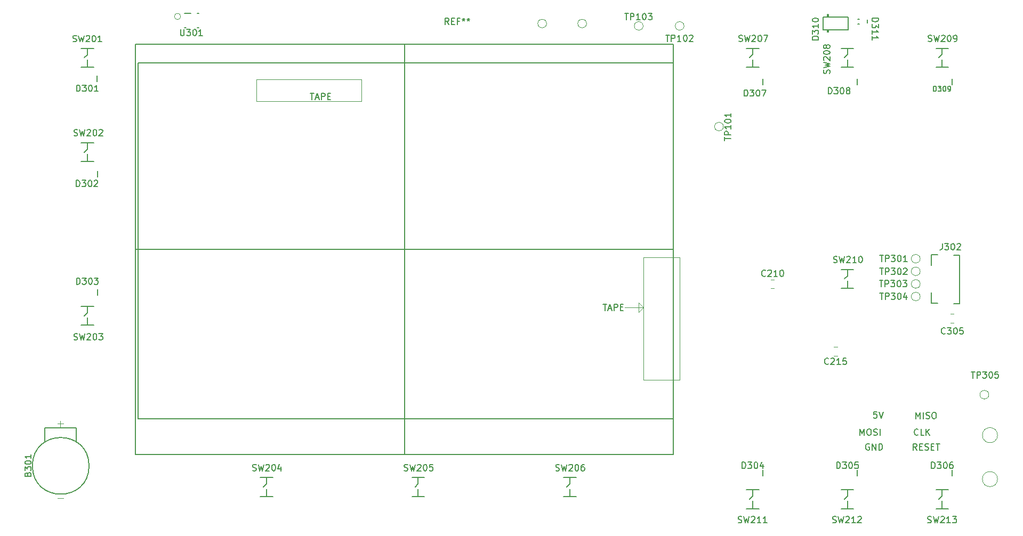
<source format=gto>
G04 #@! TF.GenerationSoftware,KiCad,Pcbnew,(5.1.5)-3*
G04 #@! TF.CreationDate,2020-07-17T16:25:31-04:00*
G04 #@! TF.ProjectId,CPU,4350552e-6b69-4636-9164-5f7063625858,rev?*
G04 #@! TF.SameCoordinates,Original*
G04 #@! TF.FileFunction,Legend,Top*
G04 #@! TF.FilePolarity,Positive*
%FSLAX46Y46*%
G04 Gerber Fmt 4.6, Leading zero omitted, Abs format (unit mm)*
G04 Created by KiCad (PCBNEW (5.1.5)-3) date 2020-07-17 16:25:31*
%MOMM*%
%LPD*%
G04 APERTURE LIST*
%ADD10C,0.180000*%
%ADD11C,0.120000*%
%ADD12C,0.150000*%
%ADD13C,0.200000*%
%ADD14C,0.127000*%
%ADD15C,0.177800*%
%ADD16C,0.101600*%
G04 APERTURE END LIST*
D10*
X76833333Y-58702380D02*
X77404761Y-58702380D01*
X77119047Y-59702380D02*
X77119047Y-58702380D01*
X77690476Y-59416666D02*
X78166666Y-59416666D01*
X77595238Y-59702380D02*
X77928571Y-58702380D01*
X78261904Y-59702380D01*
X78595238Y-59702380D02*
X78595238Y-58702380D01*
X78976190Y-58702380D01*
X79071428Y-58750000D01*
X79119047Y-58797619D01*
X79166666Y-58892857D01*
X79166666Y-59035714D01*
X79119047Y-59130952D01*
X79071428Y-59178571D01*
X78976190Y-59226190D01*
X78595238Y-59226190D01*
X79595238Y-59178571D02*
X79928571Y-59178571D01*
X80071428Y-59702380D02*
X79595238Y-59702380D01*
X79595238Y-58702380D01*
X80071428Y-58702380D01*
D11*
X85000000Y-56500000D02*
X68250000Y-56500000D01*
X85000000Y-60000000D02*
X85000000Y-56500000D01*
X68250000Y-60000000D02*
X85000000Y-60000000D01*
X68250000Y-56500000D02*
X68250000Y-60000000D01*
X129000000Y-93500000D02*
X129750000Y-92750000D01*
X129000000Y-92000000D02*
X129000000Y-93500000D01*
X129750000Y-92750000D02*
X129000000Y-92000000D01*
X126750000Y-92750000D02*
X129750000Y-92750000D01*
D10*
X123333333Y-92202380D02*
X123904761Y-92202380D01*
X123619047Y-93202380D02*
X123619047Y-92202380D01*
X124190476Y-92916666D02*
X124666666Y-92916666D01*
X124095238Y-93202380D02*
X124428571Y-92202380D01*
X124761904Y-93202380D01*
X125095238Y-93202380D02*
X125095238Y-92202380D01*
X125476190Y-92202380D01*
X125571428Y-92250000D01*
X125619047Y-92297619D01*
X125666666Y-92392857D01*
X125666666Y-92535714D01*
X125619047Y-92630952D01*
X125571428Y-92678571D01*
X125476190Y-92726190D01*
X125095238Y-92726190D01*
X126095238Y-92678571D02*
X126428571Y-92678571D01*
X126571428Y-93202380D02*
X126095238Y-93202380D01*
X126095238Y-92202380D01*
X126571428Y-92202380D01*
D11*
X135500000Y-84750000D02*
X129750000Y-84750000D01*
X135500000Y-104250000D02*
X135500000Y-84750000D01*
X129750000Y-104250000D02*
X135500000Y-104250000D01*
X129750000Y-84750000D02*
X129750000Y-104250000D01*
X56250000Y-46500000D02*
G75*
G03X56250000Y-46500000I-500000J0D01*
G01*
D12*
X165608095Y-114435000D02*
X165512857Y-114387380D01*
X165370000Y-114387380D01*
X165227142Y-114435000D01*
X165131904Y-114530238D01*
X165084285Y-114625476D01*
X165036666Y-114815952D01*
X165036666Y-114958809D01*
X165084285Y-115149285D01*
X165131904Y-115244523D01*
X165227142Y-115339761D01*
X165370000Y-115387380D01*
X165465238Y-115387380D01*
X165608095Y-115339761D01*
X165655714Y-115292142D01*
X165655714Y-114958809D01*
X165465238Y-114958809D01*
X166084285Y-115387380D02*
X166084285Y-114387380D01*
X166655714Y-115387380D01*
X166655714Y-114387380D01*
X167131904Y-115387380D02*
X167131904Y-114387380D01*
X167370000Y-114387380D01*
X167512857Y-114435000D01*
X167608095Y-114530238D01*
X167655714Y-114625476D01*
X167703333Y-114815952D01*
X167703333Y-114958809D01*
X167655714Y-115149285D01*
X167608095Y-115244523D01*
X167512857Y-115339761D01*
X167370000Y-115387380D01*
X167131904Y-115387380D01*
X164163571Y-113052380D02*
X164163571Y-112052380D01*
X164496904Y-112766666D01*
X164830238Y-112052380D01*
X164830238Y-113052380D01*
X165496904Y-112052380D02*
X165687380Y-112052380D01*
X165782619Y-112100000D01*
X165877857Y-112195238D01*
X165925476Y-112385714D01*
X165925476Y-112719047D01*
X165877857Y-112909523D01*
X165782619Y-113004761D01*
X165687380Y-113052380D01*
X165496904Y-113052380D01*
X165401666Y-113004761D01*
X165306428Y-112909523D01*
X165258809Y-112719047D01*
X165258809Y-112385714D01*
X165306428Y-112195238D01*
X165401666Y-112100000D01*
X165496904Y-112052380D01*
X166306428Y-113004761D02*
X166449285Y-113052380D01*
X166687380Y-113052380D01*
X166782619Y-113004761D01*
X166830238Y-112957142D01*
X166877857Y-112861904D01*
X166877857Y-112766666D01*
X166830238Y-112671428D01*
X166782619Y-112623809D01*
X166687380Y-112576190D01*
X166496904Y-112528571D01*
X166401666Y-112480952D01*
X166354047Y-112433333D01*
X166306428Y-112338095D01*
X166306428Y-112242857D01*
X166354047Y-112147619D01*
X166401666Y-112100000D01*
X166496904Y-112052380D01*
X166735000Y-112052380D01*
X166877857Y-112100000D01*
X167306428Y-113052380D02*
X167306428Y-112052380D01*
X166814523Y-109307380D02*
X166338333Y-109307380D01*
X166290714Y-109783571D01*
X166338333Y-109735952D01*
X166433571Y-109688333D01*
X166671666Y-109688333D01*
X166766904Y-109735952D01*
X166814523Y-109783571D01*
X166862142Y-109878809D01*
X166862142Y-110116904D01*
X166814523Y-110212142D01*
X166766904Y-110259761D01*
X166671666Y-110307380D01*
X166433571Y-110307380D01*
X166338333Y-110259761D01*
X166290714Y-110212142D01*
X167147857Y-109307380D02*
X167481190Y-110307380D01*
X167814523Y-109307380D01*
X173394761Y-112957142D02*
X173347142Y-113004761D01*
X173204285Y-113052380D01*
X173109047Y-113052380D01*
X172966190Y-113004761D01*
X172870952Y-112909523D01*
X172823333Y-112814285D01*
X172775714Y-112623809D01*
X172775714Y-112480952D01*
X172823333Y-112290476D01*
X172870952Y-112195238D01*
X172966190Y-112100000D01*
X173109047Y-112052380D01*
X173204285Y-112052380D01*
X173347142Y-112100000D01*
X173394761Y-112147619D01*
X174299523Y-113052380D02*
X173823333Y-113052380D01*
X173823333Y-112052380D01*
X174632857Y-113052380D02*
X174632857Y-112052380D01*
X175204285Y-113052380D02*
X174775714Y-112480952D01*
X175204285Y-112052380D02*
X174632857Y-112623809D01*
X173053571Y-110402380D02*
X173053571Y-109402380D01*
X173386904Y-110116666D01*
X173720238Y-109402380D01*
X173720238Y-110402380D01*
X174196428Y-110402380D02*
X174196428Y-109402380D01*
X174625000Y-110354761D02*
X174767857Y-110402380D01*
X175005952Y-110402380D01*
X175101190Y-110354761D01*
X175148809Y-110307142D01*
X175196428Y-110211904D01*
X175196428Y-110116666D01*
X175148809Y-110021428D01*
X175101190Y-109973809D01*
X175005952Y-109926190D01*
X174815476Y-109878571D01*
X174720238Y-109830952D01*
X174672619Y-109783333D01*
X174625000Y-109688095D01*
X174625000Y-109592857D01*
X174672619Y-109497619D01*
X174720238Y-109450000D01*
X174815476Y-109402380D01*
X175053571Y-109402380D01*
X175196428Y-109450000D01*
X175815476Y-109402380D02*
X176005952Y-109402380D01*
X176101190Y-109450000D01*
X176196428Y-109545238D01*
X176244047Y-109735714D01*
X176244047Y-110069047D01*
X176196428Y-110259523D01*
X176101190Y-110354761D01*
X176005952Y-110402380D01*
X175815476Y-110402380D01*
X175720238Y-110354761D01*
X175625000Y-110259523D01*
X175577380Y-110069047D01*
X175577380Y-109735714D01*
X175625000Y-109545238D01*
X175720238Y-109450000D01*
X175815476Y-109402380D01*
X173172619Y-115387380D02*
X172839285Y-114911190D01*
X172601190Y-115387380D02*
X172601190Y-114387380D01*
X172982142Y-114387380D01*
X173077380Y-114435000D01*
X173125000Y-114482619D01*
X173172619Y-114577857D01*
X173172619Y-114720714D01*
X173125000Y-114815952D01*
X173077380Y-114863571D01*
X172982142Y-114911190D01*
X172601190Y-114911190D01*
X173601190Y-114863571D02*
X173934523Y-114863571D01*
X174077380Y-115387380D02*
X173601190Y-115387380D01*
X173601190Y-114387380D01*
X174077380Y-114387380D01*
X174458333Y-115339761D02*
X174601190Y-115387380D01*
X174839285Y-115387380D01*
X174934523Y-115339761D01*
X174982142Y-115292142D01*
X175029761Y-115196904D01*
X175029761Y-115101666D01*
X174982142Y-115006428D01*
X174934523Y-114958809D01*
X174839285Y-114911190D01*
X174648809Y-114863571D01*
X174553571Y-114815952D01*
X174505952Y-114768333D01*
X174458333Y-114673095D01*
X174458333Y-114577857D01*
X174505952Y-114482619D01*
X174553571Y-114435000D01*
X174648809Y-114387380D01*
X174886904Y-114387380D01*
X175029761Y-114435000D01*
X175458333Y-114863571D02*
X175791666Y-114863571D01*
X175934523Y-115387380D02*
X175458333Y-115387380D01*
X175458333Y-114387380D01*
X175934523Y-114387380D01*
X176220238Y-114387380D02*
X176791666Y-114387380D01*
X176505952Y-115387380D02*
X176505952Y-114387380D01*
X89414221Y-83521838D02*
X49100000Y-83521838D01*
D13*
X49081246Y-116111889D02*
X89414221Y-116111889D01*
X49081246Y-50931785D02*
X89414221Y-50931785D01*
X91781246Y-50931785D02*
X91781246Y-116111889D01*
X89414221Y-83521838D02*
X134481246Y-83521838D01*
X134481246Y-116111889D02*
X134481246Y-50931785D01*
X49081246Y-50931785D02*
X49081246Y-116111889D01*
X89414221Y-116111889D02*
X134481246Y-116111889D01*
X134481246Y-50931785D02*
X89414221Y-50931785D01*
D14*
X41434498Y-52565607D02*
X40934498Y-53065607D01*
X41434498Y-54565607D02*
X41434498Y-53365607D01*
X41434498Y-51565607D02*
X41434498Y-52565607D01*
X41434498Y-54565607D02*
X42434498Y-54565607D01*
X40434498Y-54565607D02*
X41434498Y-54565607D01*
X41434498Y-51565607D02*
X42434498Y-51565607D01*
X40434498Y-51565607D02*
X41434498Y-51565607D01*
X162149216Y-87704542D02*
X161649216Y-88204542D01*
X162149216Y-89704542D02*
X162149216Y-88504542D01*
X162149216Y-86704542D02*
X162149216Y-87704542D01*
X162149216Y-89704542D02*
X163149216Y-89704542D01*
X161149216Y-89704542D02*
X162149216Y-89704542D01*
X162149216Y-86704542D02*
X163149216Y-86704542D01*
X161149216Y-86704542D02*
X162149216Y-86704542D01*
X147107664Y-122704542D02*
X146607664Y-123204542D01*
X147107664Y-124704542D02*
X147107664Y-123504542D01*
X147107664Y-121704542D02*
X147107664Y-122704542D01*
X147107664Y-124704542D02*
X148107664Y-124704542D01*
X146107664Y-124704542D02*
X147107664Y-124704542D01*
X147107664Y-121704542D02*
X148107664Y-121704542D01*
X146107664Y-121704542D02*
X147107664Y-121704542D01*
X162149216Y-122704542D02*
X161649216Y-123204542D01*
X162149216Y-124704542D02*
X162149216Y-123504542D01*
X162149216Y-121704542D02*
X162149216Y-122704542D01*
X162149216Y-124704542D02*
X163149216Y-124704542D01*
X161149216Y-124704542D02*
X162149216Y-124704542D01*
X162149216Y-121704542D02*
X163149216Y-121704542D01*
X161149216Y-121704542D02*
X162149216Y-121704542D01*
X177190779Y-122704542D02*
X176690779Y-123204542D01*
X177190779Y-124704542D02*
X177190779Y-123504542D01*
X177190779Y-121704542D02*
X177190779Y-122704542D01*
X177190779Y-124704542D02*
X178190779Y-124704542D01*
X176190779Y-124704542D02*
X177190779Y-124704542D01*
X177190779Y-121704542D02*
X178190779Y-121704542D01*
X176190779Y-121704542D02*
X177190779Y-121704542D01*
X41434498Y-67565607D02*
X40934498Y-68065607D01*
X41434498Y-69565607D02*
X41434498Y-68365607D01*
X41434498Y-66565607D02*
X41434498Y-67565607D01*
X41434498Y-69565607D02*
X42434498Y-69565607D01*
X40434498Y-69565607D02*
X41434498Y-69565607D01*
X41434498Y-66565607D02*
X42434498Y-66565607D01*
X40434498Y-66565607D02*
X41434498Y-66565607D01*
X41434498Y-93565607D02*
X40934498Y-94065607D01*
X41434498Y-95565607D02*
X41434498Y-94365607D01*
X41434498Y-92565607D02*
X41434498Y-93565607D01*
X41434498Y-95565607D02*
X42434498Y-95565607D01*
X40434498Y-95565607D02*
X41434498Y-95565607D01*
X41434498Y-92565607D02*
X42434498Y-92565607D01*
X40434498Y-92565607D02*
X41434498Y-92565607D01*
X69894310Y-120781309D02*
X69394310Y-121281309D01*
X69894310Y-122781309D02*
X69894310Y-121581309D01*
X69894310Y-119781309D02*
X69894310Y-120781309D01*
X69894310Y-122781309D02*
X70894310Y-122781309D01*
X68894310Y-122781309D02*
X69894310Y-122781309D01*
X69894310Y-119781309D02*
X70894310Y-119781309D01*
X68894310Y-119781309D02*
X69894310Y-119781309D01*
X93970839Y-120781309D02*
X93470839Y-121281309D01*
X93970839Y-122781309D02*
X93970839Y-121581309D01*
X93970839Y-119781309D02*
X93970839Y-120781309D01*
X93970839Y-122781309D02*
X94970839Y-122781309D01*
X92970839Y-122781309D02*
X93970839Y-122781309D01*
X93970839Y-119781309D02*
X94970839Y-119781309D01*
X92970839Y-119781309D02*
X93970839Y-119781309D01*
X118047369Y-120781309D02*
X117547369Y-121281309D01*
X118047369Y-122781309D02*
X118047369Y-121581309D01*
X118047369Y-119781309D02*
X118047369Y-120781309D01*
X118047369Y-122781309D02*
X119047369Y-122781309D01*
X117047369Y-122781309D02*
X118047369Y-122781309D01*
X118047369Y-119781309D02*
X119047369Y-119781309D01*
X117047369Y-119781309D02*
X118047369Y-119781309D01*
X147107664Y-52553472D02*
X146607664Y-53053472D01*
X147107664Y-54553472D02*
X147107664Y-53353472D01*
X147107664Y-51553472D02*
X147107664Y-52553472D01*
X147107664Y-54553472D02*
X148107664Y-54553472D01*
X146107664Y-54553472D02*
X147107664Y-54553472D01*
X147107664Y-51553472D02*
X148107664Y-51553472D01*
X146107664Y-51553472D02*
X147107664Y-51553472D01*
X162149216Y-52553472D02*
X161649216Y-53053472D01*
X162149216Y-54553472D02*
X162149216Y-53353472D01*
X162149216Y-51553472D02*
X162149216Y-52553472D01*
X162149216Y-54553472D02*
X163149216Y-54553472D01*
X161149216Y-54553472D02*
X162149216Y-54553472D01*
X162149216Y-51553472D02*
X163149216Y-51553472D01*
X161149216Y-51553472D02*
X162149216Y-51553472D01*
X177190779Y-52553472D02*
X176690779Y-53053472D01*
X177190779Y-54553472D02*
X177190779Y-53353472D01*
X177190779Y-51553472D02*
X177190779Y-52553472D01*
X177190779Y-54553472D02*
X178190779Y-54553472D01*
X176190779Y-54553472D02*
X177190779Y-54553472D01*
X177190779Y-51553472D02*
X178190779Y-51553472D01*
X176190779Y-51553472D02*
X177190779Y-51553472D01*
D11*
X173700000Y-85000000D02*
G75*
G03X173700000Y-85000000I-700000J0D01*
G01*
X173700000Y-87000000D02*
G75*
G03X173700000Y-87000000I-700000J0D01*
G01*
X173700000Y-89000000D02*
G75*
G03X173700000Y-89000000I-700000J0D01*
G01*
X173700000Y-91000000D02*
G75*
G03X173700000Y-91000000I-700000J0D01*
G01*
D14*
X39700000Y-111910000D02*
X39700000Y-114160000D01*
X34700000Y-111910000D02*
X39700000Y-111910000D01*
X34700000Y-114160000D02*
X34700000Y-111910000D01*
X41700000Y-117910000D02*
G75*
G03X41700000Y-117910000I-4500000J0D01*
G01*
X42987500Y-55923750D02*
X42987500Y-56876250D01*
X159050000Y-48600000D02*
X159150000Y-48600000D01*
X159150000Y-46200000D02*
X159050000Y-46200000D01*
X159150000Y-46600000D02*
X159150000Y-46200000D01*
X158950000Y-46600000D02*
X159050000Y-46600000D01*
X158950000Y-46200000D02*
X158950000Y-46600000D01*
X159050000Y-46200000D02*
X158950000Y-46200000D01*
X159050000Y-46600000D02*
X159050000Y-46200000D01*
X159050000Y-48600000D02*
X159050000Y-49000000D01*
X158950000Y-48600000D02*
X159050000Y-48600000D01*
X158950000Y-49000000D02*
X158950000Y-48600000D01*
X159050000Y-49000000D02*
X158950000Y-49000000D01*
X159150000Y-49000000D02*
X159050000Y-49000000D01*
X159150000Y-48600000D02*
X159150000Y-49000000D01*
X159150000Y-48600000D02*
X162250000Y-48600000D01*
X158250000Y-48600000D02*
X158950000Y-48600000D01*
X158250000Y-46600000D02*
X158250000Y-48600000D01*
X158950000Y-46600000D02*
X158250000Y-46600000D01*
X159150000Y-46600000D02*
X159050000Y-46600000D01*
X162250000Y-46600000D02*
X159150000Y-46600000D01*
X162250000Y-48600000D02*
X162250000Y-46600000D01*
X165297000Y-47554000D02*
X165297000Y-47046000D01*
X164040000Y-46900000D02*
X163760000Y-46900000D01*
X164040000Y-47700000D02*
X163760000Y-47700000D01*
X43021998Y-71023750D02*
X43021998Y-71976250D01*
X43087500Y-89823750D02*
X43087500Y-90776250D01*
X148695164Y-118523750D02*
X148695164Y-119476250D01*
X163736716Y-118523750D02*
X163736716Y-119476250D01*
X178778279Y-118523750D02*
X178778279Y-119476250D01*
X148737500Y-56373750D02*
X148737500Y-57326250D01*
X163737500Y-56373750D02*
X163737500Y-57326250D01*
X178778279Y-56373750D02*
X178778279Y-57326250D01*
X179950000Y-92104542D02*
X179050000Y-92104542D01*
X179950000Y-84404542D02*
X179050000Y-84404542D01*
X175450000Y-92054542D02*
X175450000Y-90404542D01*
X176450000Y-92054542D02*
X175450000Y-92054542D01*
X175450000Y-84404542D02*
X175450000Y-86004542D01*
X176450000Y-84354542D02*
X175450000Y-84354542D01*
X179950000Y-84404542D02*
X179950000Y-92054542D01*
D15*
X56882400Y-45967000D02*
X57873000Y-45967000D01*
X58914400Y-45967000D02*
X59117600Y-45967000D01*
X58914400Y-48253000D02*
X59117600Y-48253000D01*
X56882400Y-48253000D02*
X57085600Y-48253000D01*
D11*
X149988748Y-89710000D02*
X150511252Y-89710000D01*
X149988748Y-88290000D02*
X150511252Y-88290000D01*
X142450000Y-64000000D02*
G75*
G03X142450000Y-64000000I-700000J0D01*
G01*
X178538748Y-93790000D02*
X179061252Y-93790000D01*
X178538748Y-95210000D02*
X179061252Y-95210000D01*
X184600000Y-106600000D02*
G75*
G03X184600000Y-106600000I-700000J0D01*
G01*
X160526252Y-100405000D02*
X160003748Y-100405000D01*
X160526252Y-98985000D02*
X160003748Y-98985000D01*
X120715000Y-47625000D02*
G75*
G03X120715000Y-47625000I-700000J0D01*
G01*
X114365000Y-47625000D02*
G75*
G03X114365000Y-47625000I-700000J0D01*
G01*
X185985000Y-113030000D02*
G75*
G03X185985000Y-113030000I-1200000J0D01*
G01*
X185985000Y-120015000D02*
G75*
G03X185985000Y-120015000I-1200000J0D01*
G01*
X136200000Y-48000000D02*
G75*
G03X136200000Y-48000000I-700000J0D01*
G01*
X129700000Y-48000000D02*
G75*
G03X129700000Y-48000000I-700000J0D01*
G01*
D14*
X49521246Y-53885764D02*
X134481246Y-53885764D01*
X49521246Y-110425764D02*
X49521246Y-53885764D01*
X134481246Y-110425764D02*
X49521246Y-110425764D01*
X134481246Y-53885764D02*
X134481246Y-110425764D01*
D12*
X39137976Y-50470368D02*
X39280833Y-50517987D01*
X39518928Y-50517987D01*
X39614166Y-50470368D01*
X39661785Y-50422749D01*
X39709404Y-50327511D01*
X39709404Y-50232273D01*
X39661785Y-50137035D01*
X39614166Y-50089416D01*
X39518928Y-50041797D01*
X39328452Y-49994178D01*
X39233214Y-49946559D01*
X39185595Y-49898940D01*
X39137976Y-49803702D01*
X39137976Y-49708464D01*
X39185595Y-49613226D01*
X39233214Y-49565607D01*
X39328452Y-49517987D01*
X39566547Y-49517987D01*
X39709404Y-49565607D01*
X40042738Y-49517987D02*
X40280833Y-50517987D01*
X40471309Y-49803702D01*
X40661785Y-50517987D01*
X40899880Y-49517987D01*
X41233214Y-49613226D02*
X41280833Y-49565607D01*
X41376071Y-49517987D01*
X41614166Y-49517987D01*
X41709404Y-49565607D01*
X41757023Y-49613226D01*
X41804642Y-49708464D01*
X41804642Y-49803702D01*
X41757023Y-49946559D01*
X41185595Y-50517987D01*
X41804642Y-50517987D01*
X42423690Y-49517987D02*
X42518928Y-49517987D01*
X42614166Y-49565607D01*
X42661785Y-49613226D01*
X42709404Y-49708464D01*
X42757023Y-49898940D01*
X42757023Y-50137035D01*
X42709404Y-50327511D01*
X42661785Y-50422749D01*
X42614166Y-50470368D01*
X42518928Y-50517987D01*
X42423690Y-50517987D01*
X42328452Y-50470368D01*
X42280833Y-50422749D01*
X42233214Y-50327511D01*
X42185595Y-50137035D01*
X42185595Y-49898940D01*
X42233214Y-49708464D01*
X42280833Y-49613226D01*
X42328452Y-49565607D01*
X42423690Y-49517987D01*
X43709404Y-50517987D02*
X43137976Y-50517987D01*
X43423690Y-50517987D02*
X43423690Y-49517987D01*
X43328452Y-49660845D01*
X43233214Y-49756083D01*
X43137976Y-49803702D01*
X159937192Y-85569303D02*
X160080049Y-85616922D01*
X160318144Y-85616922D01*
X160413382Y-85569303D01*
X160461001Y-85521684D01*
X160508620Y-85426446D01*
X160508620Y-85331208D01*
X160461001Y-85235970D01*
X160413382Y-85188351D01*
X160318144Y-85140732D01*
X160127668Y-85093113D01*
X160032430Y-85045494D01*
X159984811Y-84997875D01*
X159937192Y-84902637D01*
X159937192Y-84807399D01*
X159984811Y-84712161D01*
X160032430Y-84664542D01*
X160127668Y-84616922D01*
X160365763Y-84616922D01*
X160508620Y-84664542D01*
X160841954Y-84616922D02*
X161080049Y-85616922D01*
X161270525Y-84902637D01*
X161461001Y-85616922D01*
X161699096Y-84616922D01*
X162032430Y-84712161D02*
X162080049Y-84664542D01*
X162175287Y-84616922D01*
X162413382Y-84616922D01*
X162508620Y-84664542D01*
X162556239Y-84712161D01*
X162603858Y-84807399D01*
X162603858Y-84902637D01*
X162556239Y-85045494D01*
X161984811Y-85616922D01*
X162603858Y-85616922D01*
X163556239Y-85616922D02*
X162984811Y-85616922D01*
X163270525Y-85616922D02*
X163270525Y-84616922D01*
X163175287Y-84759780D01*
X163080049Y-84855018D01*
X162984811Y-84902637D01*
X164175287Y-84616922D02*
X164270525Y-84616922D01*
X164365763Y-84664542D01*
X164413382Y-84712161D01*
X164461001Y-84807399D01*
X164508620Y-84997875D01*
X164508620Y-85235970D01*
X164461001Y-85426446D01*
X164413382Y-85521684D01*
X164365763Y-85569303D01*
X164270525Y-85616922D01*
X164175287Y-85616922D01*
X164080049Y-85569303D01*
X164032430Y-85521684D01*
X163984811Y-85426446D01*
X163937192Y-85235970D01*
X163937192Y-84997875D01*
X163984811Y-84807399D01*
X164032430Y-84712161D01*
X164080049Y-84664542D01*
X164175287Y-84616922D01*
X144787976Y-126904761D02*
X144930833Y-126952380D01*
X145168928Y-126952380D01*
X145264166Y-126904761D01*
X145311785Y-126857142D01*
X145359404Y-126761904D01*
X145359404Y-126666666D01*
X145311785Y-126571428D01*
X145264166Y-126523809D01*
X145168928Y-126476190D01*
X144978452Y-126428571D01*
X144883214Y-126380952D01*
X144835595Y-126333333D01*
X144787976Y-126238095D01*
X144787976Y-126142857D01*
X144835595Y-126047619D01*
X144883214Y-126000000D01*
X144978452Y-125952380D01*
X145216547Y-125952380D01*
X145359404Y-126000000D01*
X145692738Y-125952380D02*
X145930833Y-126952380D01*
X146121309Y-126238095D01*
X146311785Y-126952380D01*
X146549880Y-125952380D01*
X146883214Y-126047619D02*
X146930833Y-126000000D01*
X147026071Y-125952380D01*
X147264166Y-125952380D01*
X147359404Y-126000000D01*
X147407023Y-126047619D01*
X147454642Y-126142857D01*
X147454642Y-126238095D01*
X147407023Y-126380952D01*
X146835595Y-126952380D01*
X147454642Y-126952380D01*
X148407023Y-126952380D02*
X147835595Y-126952380D01*
X148121309Y-126952380D02*
X148121309Y-125952380D01*
X148026071Y-126095238D01*
X147930833Y-126190476D01*
X147835595Y-126238095D01*
X149359404Y-126952380D02*
X148787976Y-126952380D01*
X149073690Y-126952380D02*
X149073690Y-125952380D01*
X148978452Y-126095238D01*
X148883214Y-126190476D01*
X148787976Y-126238095D01*
X159787976Y-126904761D02*
X159930833Y-126952380D01*
X160168928Y-126952380D01*
X160264166Y-126904761D01*
X160311785Y-126857142D01*
X160359404Y-126761904D01*
X160359404Y-126666666D01*
X160311785Y-126571428D01*
X160264166Y-126523809D01*
X160168928Y-126476190D01*
X159978452Y-126428571D01*
X159883214Y-126380952D01*
X159835595Y-126333333D01*
X159787976Y-126238095D01*
X159787976Y-126142857D01*
X159835595Y-126047619D01*
X159883214Y-126000000D01*
X159978452Y-125952380D01*
X160216547Y-125952380D01*
X160359404Y-126000000D01*
X160692738Y-125952380D02*
X160930833Y-126952380D01*
X161121309Y-126238095D01*
X161311785Y-126952380D01*
X161549880Y-125952380D01*
X161883214Y-126047619D02*
X161930833Y-126000000D01*
X162026071Y-125952380D01*
X162264166Y-125952380D01*
X162359404Y-126000000D01*
X162407023Y-126047619D01*
X162454642Y-126142857D01*
X162454642Y-126238095D01*
X162407023Y-126380952D01*
X161835595Y-126952380D01*
X162454642Y-126952380D01*
X163407023Y-126952380D02*
X162835595Y-126952380D01*
X163121309Y-126952380D02*
X163121309Y-125952380D01*
X163026071Y-126095238D01*
X162930833Y-126190476D01*
X162835595Y-126238095D01*
X163787976Y-126047619D02*
X163835595Y-126000000D01*
X163930833Y-125952380D01*
X164168928Y-125952380D01*
X164264166Y-126000000D01*
X164311785Y-126047619D01*
X164359404Y-126142857D01*
X164359404Y-126238095D01*
X164311785Y-126380952D01*
X163740357Y-126952380D01*
X164359404Y-126952380D01*
X174887976Y-126904761D02*
X175030833Y-126952380D01*
X175268928Y-126952380D01*
X175364166Y-126904761D01*
X175411785Y-126857142D01*
X175459404Y-126761904D01*
X175459404Y-126666666D01*
X175411785Y-126571428D01*
X175364166Y-126523809D01*
X175268928Y-126476190D01*
X175078452Y-126428571D01*
X174983214Y-126380952D01*
X174935595Y-126333333D01*
X174887976Y-126238095D01*
X174887976Y-126142857D01*
X174935595Y-126047619D01*
X174983214Y-126000000D01*
X175078452Y-125952380D01*
X175316547Y-125952380D01*
X175459404Y-126000000D01*
X175792738Y-125952380D02*
X176030833Y-126952380D01*
X176221309Y-126238095D01*
X176411785Y-126952380D01*
X176649880Y-125952380D01*
X176983214Y-126047619D02*
X177030833Y-126000000D01*
X177126071Y-125952380D01*
X177364166Y-125952380D01*
X177459404Y-126000000D01*
X177507023Y-126047619D01*
X177554642Y-126142857D01*
X177554642Y-126238095D01*
X177507023Y-126380952D01*
X176935595Y-126952380D01*
X177554642Y-126952380D01*
X178507023Y-126952380D02*
X177935595Y-126952380D01*
X178221309Y-126952380D02*
X178221309Y-125952380D01*
X178126071Y-126095238D01*
X178030833Y-126190476D01*
X177935595Y-126238095D01*
X178840357Y-125952380D02*
X179459404Y-125952380D01*
X179126071Y-126333333D01*
X179268928Y-126333333D01*
X179364166Y-126380952D01*
X179411785Y-126428571D01*
X179459404Y-126523809D01*
X179459404Y-126761904D01*
X179411785Y-126857142D01*
X179364166Y-126904761D01*
X179268928Y-126952380D01*
X178983214Y-126952380D01*
X178887976Y-126904761D01*
X178840357Y-126857142D01*
X39287976Y-65404761D02*
X39430833Y-65452380D01*
X39668928Y-65452380D01*
X39764166Y-65404761D01*
X39811785Y-65357142D01*
X39859404Y-65261904D01*
X39859404Y-65166666D01*
X39811785Y-65071428D01*
X39764166Y-65023809D01*
X39668928Y-64976190D01*
X39478452Y-64928571D01*
X39383214Y-64880952D01*
X39335595Y-64833333D01*
X39287976Y-64738095D01*
X39287976Y-64642857D01*
X39335595Y-64547619D01*
X39383214Y-64500000D01*
X39478452Y-64452380D01*
X39716547Y-64452380D01*
X39859404Y-64500000D01*
X40192738Y-64452380D02*
X40430833Y-65452380D01*
X40621309Y-64738095D01*
X40811785Y-65452380D01*
X41049880Y-64452380D01*
X41383214Y-64547619D02*
X41430833Y-64500000D01*
X41526071Y-64452380D01*
X41764166Y-64452380D01*
X41859404Y-64500000D01*
X41907023Y-64547619D01*
X41954642Y-64642857D01*
X41954642Y-64738095D01*
X41907023Y-64880952D01*
X41335595Y-65452380D01*
X41954642Y-65452380D01*
X42573690Y-64452380D02*
X42668928Y-64452380D01*
X42764166Y-64500000D01*
X42811785Y-64547619D01*
X42859404Y-64642857D01*
X42907023Y-64833333D01*
X42907023Y-65071428D01*
X42859404Y-65261904D01*
X42811785Y-65357142D01*
X42764166Y-65404761D01*
X42668928Y-65452380D01*
X42573690Y-65452380D01*
X42478452Y-65404761D01*
X42430833Y-65357142D01*
X42383214Y-65261904D01*
X42335595Y-65071428D01*
X42335595Y-64833333D01*
X42383214Y-64642857D01*
X42430833Y-64547619D01*
X42478452Y-64500000D01*
X42573690Y-64452380D01*
X43287976Y-64547619D02*
X43335595Y-64500000D01*
X43430833Y-64452380D01*
X43668928Y-64452380D01*
X43764166Y-64500000D01*
X43811785Y-64547619D01*
X43859404Y-64642857D01*
X43859404Y-64738095D01*
X43811785Y-64880952D01*
X43240357Y-65452380D01*
X43859404Y-65452380D01*
X39287976Y-97841553D02*
X39430833Y-97889172D01*
X39668928Y-97889172D01*
X39764166Y-97841553D01*
X39811785Y-97793934D01*
X39859404Y-97698696D01*
X39859404Y-97603458D01*
X39811785Y-97508220D01*
X39764166Y-97460601D01*
X39668928Y-97412982D01*
X39478452Y-97365363D01*
X39383214Y-97317744D01*
X39335595Y-97270125D01*
X39287976Y-97174887D01*
X39287976Y-97079649D01*
X39335595Y-96984411D01*
X39383214Y-96936792D01*
X39478452Y-96889172D01*
X39716547Y-96889172D01*
X39859404Y-96936792D01*
X40192738Y-96889172D02*
X40430833Y-97889172D01*
X40621309Y-97174887D01*
X40811785Y-97889172D01*
X41049880Y-96889172D01*
X41383214Y-96984411D02*
X41430833Y-96936792D01*
X41526071Y-96889172D01*
X41764166Y-96889172D01*
X41859404Y-96936792D01*
X41907023Y-96984411D01*
X41954642Y-97079649D01*
X41954642Y-97174887D01*
X41907023Y-97317744D01*
X41335595Y-97889172D01*
X41954642Y-97889172D01*
X42573690Y-96889172D02*
X42668928Y-96889172D01*
X42764166Y-96936792D01*
X42811785Y-96984411D01*
X42859404Y-97079649D01*
X42907023Y-97270125D01*
X42907023Y-97508220D01*
X42859404Y-97698696D01*
X42811785Y-97793934D01*
X42764166Y-97841553D01*
X42668928Y-97889172D01*
X42573690Y-97889172D01*
X42478452Y-97841553D01*
X42430833Y-97793934D01*
X42383214Y-97698696D01*
X42335595Y-97508220D01*
X42335595Y-97270125D01*
X42383214Y-97079649D01*
X42430833Y-96984411D01*
X42478452Y-96936792D01*
X42573690Y-96889172D01*
X43240357Y-96889172D02*
X43859404Y-96889172D01*
X43526071Y-97270125D01*
X43668928Y-97270125D01*
X43764166Y-97317744D01*
X43811785Y-97365363D01*
X43859404Y-97460601D01*
X43859404Y-97698696D01*
X43811785Y-97793934D01*
X43764166Y-97841553D01*
X43668928Y-97889172D01*
X43383214Y-97889172D01*
X43287976Y-97841553D01*
X43240357Y-97793934D01*
X67682286Y-118646070D02*
X67825143Y-118693689D01*
X68063238Y-118693689D01*
X68158476Y-118646070D01*
X68206095Y-118598451D01*
X68253714Y-118503213D01*
X68253714Y-118407975D01*
X68206095Y-118312737D01*
X68158476Y-118265118D01*
X68063238Y-118217499D01*
X67872762Y-118169880D01*
X67777524Y-118122261D01*
X67729905Y-118074642D01*
X67682286Y-117979404D01*
X67682286Y-117884166D01*
X67729905Y-117788928D01*
X67777524Y-117741309D01*
X67872762Y-117693689D01*
X68110857Y-117693689D01*
X68253714Y-117741309D01*
X68587048Y-117693689D02*
X68825143Y-118693689D01*
X69015619Y-117979404D01*
X69206095Y-118693689D01*
X69444190Y-117693689D01*
X69777524Y-117788928D02*
X69825143Y-117741309D01*
X69920381Y-117693689D01*
X70158476Y-117693689D01*
X70253714Y-117741309D01*
X70301333Y-117788928D01*
X70348952Y-117884166D01*
X70348952Y-117979404D01*
X70301333Y-118122261D01*
X69729905Y-118693689D01*
X70348952Y-118693689D01*
X70968000Y-117693689D02*
X71063238Y-117693689D01*
X71158476Y-117741309D01*
X71206095Y-117788928D01*
X71253714Y-117884166D01*
X71301333Y-118074642D01*
X71301333Y-118312737D01*
X71253714Y-118503213D01*
X71206095Y-118598451D01*
X71158476Y-118646070D01*
X71063238Y-118693689D01*
X70968000Y-118693689D01*
X70872762Y-118646070D01*
X70825143Y-118598451D01*
X70777524Y-118503213D01*
X70729905Y-118312737D01*
X70729905Y-118074642D01*
X70777524Y-117884166D01*
X70825143Y-117788928D01*
X70872762Y-117741309D01*
X70968000Y-117693689D01*
X72158476Y-118027023D02*
X72158476Y-118693689D01*
X71920381Y-117646070D02*
X71682286Y-118360356D01*
X72301333Y-118360356D01*
X91758815Y-118646070D02*
X91901672Y-118693689D01*
X92139767Y-118693689D01*
X92235005Y-118646070D01*
X92282624Y-118598451D01*
X92330243Y-118503213D01*
X92330243Y-118407975D01*
X92282624Y-118312737D01*
X92235005Y-118265118D01*
X92139767Y-118217499D01*
X91949291Y-118169880D01*
X91854053Y-118122261D01*
X91806434Y-118074642D01*
X91758815Y-117979404D01*
X91758815Y-117884166D01*
X91806434Y-117788928D01*
X91854053Y-117741309D01*
X91949291Y-117693689D01*
X92187386Y-117693689D01*
X92330243Y-117741309D01*
X92663577Y-117693689D02*
X92901672Y-118693689D01*
X93092148Y-117979404D01*
X93282624Y-118693689D01*
X93520719Y-117693689D01*
X93854053Y-117788928D02*
X93901672Y-117741309D01*
X93996910Y-117693689D01*
X94235005Y-117693689D01*
X94330243Y-117741309D01*
X94377862Y-117788928D01*
X94425481Y-117884166D01*
X94425481Y-117979404D01*
X94377862Y-118122261D01*
X93806434Y-118693689D01*
X94425481Y-118693689D01*
X95044529Y-117693689D02*
X95139767Y-117693689D01*
X95235005Y-117741309D01*
X95282624Y-117788928D01*
X95330243Y-117884166D01*
X95377862Y-118074642D01*
X95377862Y-118312737D01*
X95330243Y-118503213D01*
X95282624Y-118598451D01*
X95235005Y-118646070D01*
X95139767Y-118693689D01*
X95044529Y-118693689D01*
X94949291Y-118646070D01*
X94901672Y-118598451D01*
X94854053Y-118503213D01*
X94806434Y-118312737D01*
X94806434Y-118074642D01*
X94854053Y-117884166D01*
X94901672Y-117788928D01*
X94949291Y-117741309D01*
X95044529Y-117693689D01*
X96282624Y-117693689D02*
X95806434Y-117693689D01*
X95758815Y-118169880D01*
X95806434Y-118122261D01*
X95901672Y-118074642D01*
X96139767Y-118074642D01*
X96235005Y-118122261D01*
X96282624Y-118169880D01*
X96330243Y-118265118D01*
X96330243Y-118503213D01*
X96282624Y-118598451D01*
X96235005Y-118646070D01*
X96139767Y-118693689D01*
X95901672Y-118693689D01*
X95806434Y-118646070D01*
X95758815Y-118598451D01*
X115835345Y-118646070D02*
X115978202Y-118693689D01*
X116216297Y-118693689D01*
X116311535Y-118646070D01*
X116359154Y-118598451D01*
X116406773Y-118503213D01*
X116406773Y-118407975D01*
X116359154Y-118312737D01*
X116311535Y-118265118D01*
X116216297Y-118217499D01*
X116025821Y-118169880D01*
X115930583Y-118122261D01*
X115882964Y-118074642D01*
X115835345Y-117979404D01*
X115835345Y-117884166D01*
X115882964Y-117788928D01*
X115930583Y-117741309D01*
X116025821Y-117693689D01*
X116263916Y-117693689D01*
X116406773Y-117741309D01*
X116740107Y-117693689D02*
X116978202Y-118693689D01*
X117168678Y-117979404D01*
X117359154Y-118693689D01*
X117597249Y-117693689D01*
X117930583Y-117788928D02*
X117978202Y-117741309D01*
X118073440Y-117693689D01*
X118311535Y-117693689D01*
X118406773Y-117741309D01*
X118454392Y-117788928D01*
X118502011Y-117884166D01*
X118502011Y-117979404D01*
X118454392Y-118122261D01*
X117882964Y-118693689D01*
X118502011Y-118693689D01*
X119121059Y-117693689D02*
X119216297Y-117693689D01*
X119311535Y-117741309D01*
X119359154Y-117788928D01*
X119406773Y-117884166D01*
X119454392Y-118074642D01*
X119454392Y-118312737D01*
X119406773Y-118503213D01*
X119359154Y-118598451D01*
X119311535Y-118646070D01*
X119216297Y-118693689D01*
X119121059Y-118693689D01*
X119025821Y-118646070D01*
X118978202Y-118598451D01*
X118930583Y-118503213D01*
X118882964Y-118312737D01*
X118882964Y-118074642D01*
X118930583Y-117884166D01*
X118978202Y-117788928D01*
X119025821Y-117741309D01*
X119121059Y-117693689D01*
X120311535Y-117693689D02*
X120121059Y-117693689D01*
X120025821Y-117741309D01*
X119978202Y-117788928D01*
X119882964Y-117931785D01*
X119835345Y-118122261D01*
X119835345Y-118503213D01*
X119882964Y-118598451D01*
X119930583Y-118646070D01*
X120025821Y-118693689D01*
X120216297Y-118693689D01*
X120311535Y-118646070D01*
X120359154Y-118598451D01*
X120406773Y-118503213D01*
X120406773Y-118265118D01*
X120359154Y-118169880D01*
X120311535Y-118122261D01*
X120216297Y-118074642D01*
X120025821Y-118074642D01*
X119930583Y-118122261D01*
X119882964Y-118169880D01*
X119835345Y-118265118D01*
X144895640Y-50418233D02*
X145038497Y-50465852D01*
X145276592Y-50465852D01*
X145371830Y-50418233D01*
X145419449Y-50370614D01*
X145467068Y-50275376D01*
X145467068Y-50180138D01*
X145419449Y-50084900D01*
X145371830Y-50037281D01*
X145276592Y-49989662D01*
X145086116Y-49942043D01*
X144990878Y-49894424D01*
X144943259Y-49846805D01*
X144895640Y-49751567D01*
X144895640Y-49656329D01*
X144943259Y-49561091D01*
X144990878Y-49513472D01*
X145086116Y-49465852D01*
X145324211Y-49465852D01*
X145467068Y-49513472D01*
X145800402Y-49465852D02*
X146038497Y-50465852D01*
X146228973Y-49751567D01*
X146419449Y-50465852D01*
X146657544Y-49465852D01*
X146990878Y-49561091D02*
X147038497Y-49513472D01*
X147133735Y-49465852D01*
X147371830Y-49465852D01*
X147467068Y-49513472D01*
X147514687Y-49561091D01*
X147562306Y-49656329D01*
X147562306Y-49751567D01*
X147514687Y-49894424D01*
X146943259Y-50465852D01*
X147562306Y-50465852D01*
X148181354Y-49465852D02*
X148276592Y-49465852D01*
X148371830Y-49513472D01*
X148419449Y-49561091D01*
X148467068Y-49656329D01*
X148514687Y-49846805D01*
X148514687Y-50084900D01*
X148467068Y-50275376D01*
X148419449Y-50370614D01*
X148371830Y-50418233D01*
X148276592Y-50465852D01*
X148181354Y-50465852D01*
X148086116Y-50418233D01*
X148038497Y-50370614D01*
X147990878Y-50275376D01*
X147943259Y-50084900D01*
X147943259Y-49846805D01*
X147990878Y-49656329D01*
X148038497Y-49561091D01*
X148086116Y-49513472D01*
X148181354Y-49465852D01*
X148848021Y-49465852D02*
X149514687Y-49465852D01*
X149086116Y-50465852D01*
X159304761Y-55562023D02*
X159352380Y-55419166D01*
X159352380Y-55181071D01*
X159304761Y-55085833D01*
X159257142Y-55038214D01*
X159161904Y-54990595D01*
X159066666Y-54990595D01*
X158971428Y-55038214D01*
X158923809Y-55085833D01*
X158876190Y-55181071D01*
X158828571Y-55371547D01*
X158780952Y-55466785D01*
X158733333Y-55514404D01*
X158638095Y-55562023D01*
X158542857Y-55562023D01*
X158447619Y-55514404D01*
X158400000Y-55466785D01*
X158352380Y-55371547D01*
X158352380Y-55133452D01*
X158400000Y-54990595D01*
X158352380Y-54657261D02*
X159352380Y-54419166D01*
X158638095Y-54228690D01*
X159352380Y-54038214D01*
X158352380Y-53800119D01*
X158447619Y-53466785D02*
X158400000Y-53419166D01*
X158352380Y-53323928D01*
X158352380Y-53085833D01*
X158400000Y-52990595D01*
X158447619Y-52942976D01*
X158542857Y-52895357D01*
X158638095Y-52895357D01*
X158780952Y-52942976D01*
X159352380Y-53514404D01*
X159352380Y-52895357D01*
X158352380Y-52276309D02*
X158352380Y-52181071D01*
X158400000Y-52085833D01*
X158447619Y-52038214D01*
X158542857Y-51990595D01*
X158733333Y-51942976D01*
X158971428Y-51942976D01*
X159161904Y-51990595D01*
X159257142Y-52038214D01*
X159304761Y-52085833D01*
X159352380Y-52181071D01*
X159352380Y-52276309D01*
X159304761Y-52371547D01*
X159257142Y-52419166D01*
X159161904Y-52466785D01*
X158971428Y-52514404D01*
X158733333Y-52514404D01*
X158542857Y-52466785D01*
X158447619Y-52419166D01*
X158400000Y-52371547D01*
X158352380Y-52276309D01*
X158780952Y-51371547D02*
X158733333Y-51466785D01*
X158685714Y-51514404D01*
X158590476Y-51562023D01*
X158542857Y-51562023D01*
X158447619Y-51514404D01*
X158400000Y-51466785D01*
X158352380Y-51371547D01*
X158352380Y-51181071D01*
X158400000Y-51085833D01*
X158447619Y-51038214D01*
X158542857Y-50990595D01*
X158590476Y-50990595D01*
X158685714Y-51038214D01*
X158733333Y-51085833D01*
X158780952Y-51181071D01*
X158780952Y-51371547D01*
X158828571Y-51466785D01*
X158876190Y-51514404D01*
X158971428Y-51562023D01*
X159161904Y-51562023D01*
X159257142Y-51514404D01*
X159304761Y-51466785D01*
X159352380Y-51371547D01*
X159352380Y-51181071D01*
X159304761Y-51085833D01*
X159257142Y-51038214D01*
X159161904Y-50990595D01*
X158971428Y-50990595D01*
X158876190Y-51038214D01*
X158828571Y-51085833D01*
X158780952Y-51181071D01*
X174978755Y-50418233D02*
X175121612Y-50465852D01*
X175359707Y-50465852D01*
X175454945Y-50418233D01*
X175502564Y-50370614D01*
X175550183Y-50275376D01*
X175550183Y-50180138D01*
X175502564Y-50084900D01*
X175454945Y-50037281D01*
X175359707Y-49989662D01*
X175169231Y-49942043D01*
X175073993Y-49894424D01*
X175026374Y-49846805D01*
X174978755Y-49751567D01*
X174978755Y-49656329D01*
X175026374Y-49561091D01*
X175073993Y-49513472D01*
X175169231Y-49465852D01*
X175407326Y-49465852D01*
X175550183Y-49513472D01*
X175883517Y-49465852D02*
X176121612Y-50465852D01*
X176312088Y-49751567D01*
X176502564Y-50465852D01*
X176740659Y-49465852D01*
X177073993Y-49561091D02*
X177121612Y-49513472D01*
X177216850Y-49465852D01*
X177454945Y-49465852D01*
X177550183Y-49513472D01*
X177597802Y-49561091D01*
X177645421Y-49656329D01*
X177645421Y-49751567D01*
X177597802Y-49894424D01*
X177026374Y-50465852D01*
X177645421Y-50465852D01*
X178264469Y-49465852D02*
X178359707Y-49465852D01*
X178454945Y-49513472D01*
X178502564Y-49561091D01*
X178550183Y-49656329D01*
X178597802Y-49846805D01*
X178597802Y-50084900D01*
X178550183Y-50275376D01*
X178502564Y-50370614D01*
X178454945Y-50418233D01*
X178359707Y-50465852D01*
X178264469Y-50465852D01*
X178169231Y-50418233D01*
X178121612Y-50370614D01*
X178073993Y-50275376D01*
X178026374Y-50084900D01*
X178026374Y-49846805D01*
X178073993Y-49656329D01*
X178121612Y-49561091D01*
X178169231Y-49513472D01*
X178264469Y-49465852D01*
X179073993Y-50465852D02*
X179264469Y-50465852D01*
X179359707Y-50418233D01*
X179407326Y-50370614D01*
X179502564Y-50227757D01*
X179550183Y-50037281D01*
X179550183Y-49656329D01*
X179502564Y-49561091D01*
X179454945Y-49513472D01*
X179359707Y-49465852D01*
X179169231Y-49465852D01*
X179073993Y-49513472D01*
X179026374Y-49561091D01*
X178978755Y-49656329D01*
X178978755Y-49894424D01*
X179026374Y-49989662D01*
X179073993Y-50037281D01*
X179169231Y-50084900D01*
X179359707Y-50084900D01*
X179454945Y-50037281D01*
X179502564Y-49989662D01*
X179550183Y-49894424D01*
X98846653Y-47752380D02*
X98513320Y-47276190D01*
X98275225Y-47752380D02*
X98275225Y-46752380D01*
X98656177Y-46752380D01*
X98751415Y-46800000D01*
X98799034Y-46847619D01*
X98846653Y-46942857D01*
X98846653Y-47085714D01*
X98799034Y-47180952D01*
X98751415Y-47228571D01*
X98656177Y-47276190D01*
X98275225Y-47276190D01*
X99275225Y-47228571D02*
X99608558Y-47228571D01*
X99751415Y-47752380D02*
X99275225Y-47752380D01*
X99275225Y-46752380D01*
X99751415Y-46752380D01*
X100513320Y-47228571D02*
X100179987Y-47228571D01*
X100179987Y-47752380D02*
X100179987Y-46752380D01*
X100656177Y-46752380D01*
X101179987Y-46752380D02*
X101179987Y-46990476D01*
X100941891Y-46895238D02*
X101179987Y-46990476D01*
X101418082Y-46895238D01*
X101037129Y-47180952D02*
X101179987Y-46990476D01*
X101322844Y-47180952D01*
X101941891Y-46752380D02*
X101941891Y-46990476D01*
X101703796Y-46895238D02*
X101941891Y-46990476D01*
X102179987Y-46895238D01*
X101799034Y-47180952D02*
X101941891Y-46990476D01*
X102084748Y-47180952D01*
X167285714Y-84452380D02*
X167857142Y-84452380D01*
X167571428Y-85452380D02*
X167571428Y-84452380D01*
X168190476Y-85452380D02*
X168190476Y-84452380D01*
X168571428Y-84452380D01*
X168666666Y-84500000D01*
X168714285Y-84547619D01*
X168761904Y-84642857D01*
X168761904Y-84785714D01*
X168714285Y-84880952D01*
X168666666Y-84928571D01*
X168571428Y-84976190D01*
X168190476Y-84976190D01*
X169095238Y-84452380D02*
X169714285Y-84452380D01*
X169380952Y-84833333D01*
X169523809Y-84833333D01*
X169619047Y-84880952D01*
X169666666Y-84928571D01*
X169714285Y-85023809D01*
X169714285Y-85261904D01*
X169666666Y-85357142D01*
X169619047Y-85404761D01*
X169523809Y-85452380D01*
X169238095Y-85452380D01*
X169142857Y-85404761D01*
X169095238Y-85357142D01*
X170333333Y-84452380D02*
X170428571Y-84452380D01*
X170523809Y-84500000D01*
X170571428Y-84547619D01*
X170619047Y-84642857D01*
X170666666Y-84833333D01*
X170666666Y-85071428D01*
X170619047Y-85261904D01*
X170571428Y-85357142D01*
X170523809Y-85404761D01*
X170428571Y-85452380D01*
X170333333Y-85452380D01*
X170238095Y-85404761D01*
X170190476Y-85357142D01*
X170142857Y-85261904D01*
X170095238Y-85071428D01*
X170095238Y-84833333D01*
X170142857Y-84642857D01*
X170190476Y-84547619D01*
X170238095Y-84500000D01*
X170333333Y-84452380D01*
X171619047Y-85452380D02*
X171047619Y-85452380D01*
X171333333Y-85452380D02*
X171333333Y-84452380D01*
X171238095Y-84595238D01*
X171142857Y-84690476D01*
X171047619Y-84738095D01*
X167285714Y-86502380D02*
X167857142Y-86502380D01*
X167571428Y-87502380D02*
X167571428Y-86502380D01*
X168190476Y-87502380D02*
X168190476Y-86502380D01*
X168571428Y-86502380D01*
X168666666Y-86550000D01*
X168714285Y-86597619D01*
X168761904Y-86692857D01*
X168761904Y-86835714D01*
X168714285Y-86930952D01*
X168666666Y-86978571D01*
X168571428Y-87026190D01*
X168190476Y-87026190D01*
X169095238Y-86502380D02*
X169714285Y-86502380D01*
X169380952Y-86883333D01*
X169523809Y-86883333D01*
X169619047Y-86930952D01*
X169666666Y-86978571D01*
X169714285Y-87073809D01*
X169714285Y-87311904D01*
X169666666Y-87407142D01*
X169619047Y-87454761D01*
X169523809Y-87502380D01*
X169238095Y-87502380D01*
X169142857Y-87454761D01*
X169095238Y-87407142D01*
X170333333Y-86502380D02*
X170428571Y-86502380D01*
X170523809Y-86550000D01*
X170571428Y-86597619D01*
X170619047Y-86692857D01*
X170666666Y-86883333D01*
X170666666Y-87121428D01*
X170619047Y-87311904D01*
X170571428Y-87407142D01*
X170523809Y-87454761D01*
X170428571Y-87502380D01*
X170333333Y-87502380D01*
X170238095Y-87454761D01*
X170190476Y-87407142D01*
X170142857Y-87311904D01*
X170095238Y-87121428D01*
X170095238Y-86883333D01*
X170142857Y-86692857D01*
X170190476Y-86597619D01*
X170238095Y-86550000D01*
X170333333Y-86502380D01*
X171047619Y-86597619D02*
X171095238Y-86550000D01*
X171190476Y-86502380D01*
X171428571Y-86502380D01*
X171523809Y-86550000D01*
X171571428Y-86597619D01*
X171619047Y-86692857D01*
X171619047Y-86788095D01*
X171571428Y-86930952D01*
X171000000Y-87502380D01*
X171619047Y-87502380D01*
X167235714Y-88452380D02*
X167807142Y-88452380D01*
X167521428Y-89452380D02*
X167521428Y-88452380D01*
X168140476Y-89452380D02*
X168140476Y-88452380D01*
X168521428Y-88452380D01*
X168616666Y-88500000D01*
X168664285Y-88547619D01*
X168711904Y-88642857D01*
X168711904Y-88785714D01*
X168664285Y-88880952D01*
X168616666Y-88928571D01*
X168521428Y-88976190D01*
X168140476Y-88976190D01*
X169045238Y-88452380D02*
X169664285Y-88452380D01*
X169330952Y-88833333D01*
X169473809Y-88833333D01*
X169569047Y-88880952D01*
X169616666Y-88928571D01*
X169664285Y-89023809D01*
X169664285Y-89261904D01*
X169616666Y-89357142D01*
X169569047Y-89404761D01*
X169473809Y-89452380D01*
X169188095Y-89452380D01*
X169092857Y-89404761D01*
X169045238Y-89357142D01*
X170283333Y-88452380D02*
X170378571Y-88452380D01*
X170473809Y-88500000D01*
X170521428Y-88547619D01*
X170569047Y-88642857D01*
X170616666Y-88833333D01*
X170616666Y-89071428D01*
X170569047Y-89261904D01*
X170521428Y-89357142D01*
X170473809Y-89404761D01*
X170378571Y-89452380D01*
X170283333Y-89452380D01*
X170188095Y-89404761D01*
X170140476Y-89357142D01*
X170092857Y-89261904D01*
X170045238Y-89071428D01*
X170045238Y-88833333D01*
X170092857Y-88642857D01*
X170140476Y-88547619D01*
X170188095Y-88500000D01*
X170283333Y-88452380D01*
X170950000Y-88452380D02*
X171569047Y-88452380D01*
X171235714Y-88833333D01*
X171378571Y-88833333D01*
X171473809Y-88880952D01*
X171521428Y-88928571D01*
X171569047Y-89023809D01*
X171569047Y-89261904D01*
X171521428Y-89357142D01*
X171473809Y-89404761D01*
X171378571Y-89452380D01*
X171092857Y-89452380D01*
X170997619Y-89404761D01*
X170950000Y-89357142D01*
X167285714Y-90452380D02*
X167857142Y-90452380D01*
X167571428Y-91452380D02*
X167571428Y-90452380D01*
X168190476Y-91452380D02*
X168190476Y-90452380D01*
X168571428Y-90452380D01*
X168666666Y-90500000D01*
X168714285Y-90547619D01*
X168761904Y-90642857D01*
X168761904Y-90785714D01*
X168714285Y-90880952D01*
X168666666Y-90928571D01*
X168571428Y-90976190D01*
X168190476Y-90976190D01*
X169095238Y-90452380D02*
X169714285Y-90452380D01*
X169380952Y-90833333D01*
X169523809Y-90833333D01*
X169619047Y-90880952D01*
X169666666Y-90928571D01*
X169714285Y-91023809D01*
X169714285Y-91261904D01*
X169666666Y-91357142D01*
X169619047Y-91404761D01*
X169523809Y-91452380D01*
X169238095Y-91452380D01*
X169142857Y-91404761D01*
X169095238Y-91357142D01*
X170333333Y-90452380D02*
X170428571Y-90452380D01*
X170523809Y-90500000D01*
X170571428Y-90547619D01*
X170619047Y-90642857D01*
X170666666Y-90833333D01*
X170666666Y-91071428D01*
X170619047Y-91261904D01*
X170571428Y-91357142D01*
X170523809Y-91404761D01*
X170428571Y-91452380D01*
X170333333Y-91452380D01*
X170238095Y-91404761D01*
X170190476Y-91357142D01*
X170142857Y-91261904D01*
X170095238Y-91071428D01*
X170095238Y-90833333D01*
X170142857Y-90642857D01*
X170190476Y-90547619D01*
X170238095Y-90500000D01*
X170333333Y-90452380D01*
X171523809Y-90785714D02*
X171523809Y-91452380D01*
X171285714Y-90404761D02*
X171047619Y-91119047D01*
X171666666Y-91119047D01*
X31978571Y-119233214D02*
X32026190Y-119090357D01*
X32073809Y-119042738D01*
X32169047Y-118995119D01*
X32311904Y-118995119D01*
X32407142Y-119042738D01*
X32454761Y-119090357D01*
X32502380Y-119185595D01*
X32502380Y-119566547D01*
X31502380Y-119566547D01*
X31502380Y-119233214D01*
X31550000Y-119137976D01*
X31597619Y-119090357D01*
X31692857Y-119042738D01*
X31788095Y-119042738D01*
X31883333Y-119090357D01*
X31930952Y-119137976D01*
X31978571Y-119233214D01*
X31978571Y-119566547D01*
X31502380Y-118661785D02*
X31502380Y-118042738D01*
X31883333Y-118376071D01*
X31883333Y-118233214D01*
X31930952Y-118137976D01*
X31978571Y-118090357D01*
X32073809Y-118042738D01*
X32311904Y-118042738D01*
X32407142Y-118090357D01*
X32454761Y-118137976D01*
X32502380Y-118233214D01*
X32502380Y-118518928D01*
X32454761Y-118614166D01*
X32407142Y-118661785D01*
X31502380Y-117423690D02*
X31502380Y-117328452D01*
X31550000Y-117233214D01*
X31597619Y-117185595D01*
X31692857Y-117137976D01*
X31883333Y-117090357D01*
X32121428Y-117090357D01*
X32311904Y-117137976D01*
X32407142Y-117185595D01*
X32454761Y-117233214D01*
X32502380Y-117328452D01*
X32502380Y-117423690D01*
X32454761Y-117518928D01*
X32407142Y-117566547D01*
X32311904Y-117614166D01*
X32121428Y-117661785D01*
X31883333Y-117661785D01*
X31692857Y-117614166D01*
X31597619Y-117566547D01*
X31550000Y-117518928D01*
X31502380Y-117423690D01*
X32502380Y-116137976D02*
X32502380Y-116709404D01*
X32502380Y-116423690D02*
X31502380Y-116423690D01*
X31645238Y-116518928D01*
X31740476Y-116614166D01*
X31788095Y-116709404D01*
D16*
X36677460Y-123082928D02*
X37596698Y-123082928D01*
X37132928Y-111672540D02*
X37132928Y-110753301D01*
X37592547Y-111212920D02*
X36673309Y-111212920D01*
D12*
X39725025Y-58402380D02*
X39725025Y-57402380D01*
X39963121Y-57402380D01*
X40105978Y-57450000D01*
X40201216Y-57545238D01*
X40248835Y-57640476D01*
X40296454Y-57830952D01*
X40296454Y-57973809D01*
X40248835Y-58164285D01*
X40201216Y-58259523D01*
X40105978Y-58354761D01*
X39963121Y-58402380D01*
X39725025Y-58402380D01*
X40629787Y-57402380D02*
X41248835Y-57402380D01*
X40915502Y-57783333D01*
X41058359Y-57783333D01*
X41153597Y-57830952D01*
X41201216Y-57878571D01*
X41248835Y-57973809D01*
X41248835Y-58211904D01*
X41201216Y-58307142D01*
X41153597Y-58354761D01*
X41058359Y-58402380D01*
X40772644Y-58402380D01*
X40677406Y-58354761D01*
X40629787Y-58307142D01*
X41867882Y-57402380D02*
X41963121Y-57402380D01*
X42058359Y-57450000D01*
X42105978Y-57497619D01*
X42153597Y-57592857D01*
X42201216Y-57783333D01*
X42201216Y-58021428D01*
X42153597Y-58211904D01*
X42105978Y-58307142D01*
X42058359Y-58354761D01*
X41963121Y-58402380D01*
X41867882Y-58402380D01*
X41772644Y-58354761D01*
X41725025Y-58307142D01*
X41677406Y-58211904D01*
X41629787Y-58021428D01*
X41629787Y-57783333D01*
X41677406Y-57592857D01*
X41725025Y-57497619D01*
X41772644Y-57450000D01*
X41867882Y-57402380D01*
X43153597Y-58402380D02*
X42582168Y-58402380D01*
X42867882Y-58402380D02*
X42867882Y-57402380D01*
X42772644Y-57545238D01*
X42677406Y-57640476D01*
X42582168Y-57688095D01*
X157562380Y-50190476D02*
X156562380Y-50190476D01*
X156562380Y-49952380D01*
X156610000Y-49809523D01*
X156705238Y-49714285D01*
X156800476Y-49666666D01*
X156990952Y-49619047D01*
X157133809Y-49619047D01*
X157324285Y-49666666D01*
X157419523Y-49714285D01*
X157514761Y-49809523D01*
X157562380Y-49952380D01*
X157562380Y-50190476D01*
X156562380Y-49285714D02*
X156562380Y-48666666D01*
X156943333Y-49000000D01*
X156943333Y-48857142D01*
X156990952Y-48761904D01*
X157038571Y-48714285D01*
X157133809Y-48666666D01*
X157371904Y-48666666D01*
X157467142Y-48714285D01*
X157514761Y-48761904D01*
X157562380Y-48857142D01*
X157562380Y-49142857D01*
X157514761Y-49238095D01*
X157467142Y-49285714D01*
X157562380Y-47714285D02*
X157562380Y-48285714D01*
X157562380Y-48000000D02*
X156562380Y-48000000D01*
X156705238Y-48095238D01*
X156800476Y-48190476D01*
X156848095Y-48285714D01*
X156562380Y-47095238D02*
X156562380Y-47000000D01*
X156610000Y-46904761D01*
X156657619Y-46857142D01*
X156752857Y-46809523D01*
X156943333Y-46761904D01*
X157181428Y-46761904D01*
X157371904Y-46809523D01*
X157467142Y-46857142D01*
X157514761Y-46904761D01*
X157562380Y-47000000D01*
X157562380Y-47095238D01*
X157514761Y-47190476D01*
X157467142Y-47238095D01*
X157371904Y-47285714D01*
X157181428Y-47333333D01*
X156943333Y-47333333D01*
X156752857Y-47285714D01*
X156657619Y-47238095D01*
X156610000Y-47190476D01*
X156562380Y-47095238D01*
X166047619Y-46783452D02*
X167047619Y-46783452D01*
X167047619Y-47021547D01*
X167000000Y-47164404D01*
X166904761Y-47259642D01*
X166809523Y-47307261D01*
X166619047Y-47354880D01*
X166476190Y-47354880D01*
X166285714Y-47307261D01*
X166190476Y-47259642D01*
X166095238Y-47164404D01*
X166047619Y-47021547D01*
X166047619Y-46783452D01*
X167047619Y-47688214D02*
X167047619Y-48307261D01*
X166666666Y-47973928D01*
X166666666Y-48116785D01*
X166619047Y-48212023D01*
X166571428Y-48259642D01*
X166476190Y-48307261D01*
X166238095Y-48307261D01*
X166142857Y-48259642D01*
X166095238Y-48212023D01*
X166047619Y-48116785D01*
X166047619Y-47831071D01*
X166095238Y-47735833D01*
X166142857Y-47688214D01*
X166047619Y-49259642D02*
X166047619Y-48688214D01*
X166047619Y-48973928D02*
X167047619Y-48973928D01*
X166904761Y-48878690D01*
X166809523Y-48783452D01*
X166761904Y-48688214D01*
X166047619Y-50212023D02*
X166047619Y-49640595D01*
X166047619Y-49926309D02*
X167047619Y-49926309D01*
X166904761Y-49831071D01*
X166809523Y-49735833D01*
X166761904Y-49640595D01*
X39659523Y-73532380D02*
X39659523Y-72532380D01*
X39897619Y-72532380D01*
X40040476Y-72580000D01*
X40135714Y-72675238D01*
X40183333Y-72770476D01*
X40230952Y-72960952D01*
X40230952Y-73103809D01*
X40183333Y-73294285D01*
X40135714Y-73389523D01*
X40040476Y-73484761D01*
X39897619Y-73532380D01*
X39659523Y-73532380D01*
X40564285Y-72532380D02*
X41183333Y-72532380D01*
X40850000Y-72913333D01*
X40992857Y-72913333D01*
X41088095Y-72960952D01*
X41135714Y-73008571D01*
X41183333Y-73103809D01*
X41183333Y-73341904D01*
X41135714Y-73437142D01*
X41088095Y-73484761D01*
X40992857Y-73532380D01*
X40707142Y-73532380D01*
X40611904Y-73484761D01*
X40564285Y-73437142D01*
X41802380Y-72532380D02*
X41897619Y-72532380D01*
X41992857Y-72580000D01*
X42040476Y-72627619D01*
X42088095Y-72722857D01*
X42135714Y-72913333D01*
X42135714Y-73151428D01*
X42088095Y-73341904D01*
X42040476Y-73437142D01*
X41992857Y-73484761D01*
X41897619Y-73532380D01*
X41802380Y-73532380D01*
X41707142Y-73484761D01*
X41659523Y-73437142D01*
X41611904Y-73341904D01*
X41564285Y-73151428D01*
X41564285Y-72913333D01*
X41611904Y-72722857D01*
X41659523Y-72627619D01*
X41707142Y-72580000D01*
X41802380Y-72532380D01*
X42516666Y-72627619D02*
X42564285Y-72580000D01*
X42659523Y-72532380D01*
X42897619Y-72532380D01*
X42992857Y-72580000D01*
X43040476Y-72627619D01*
X43088095Y-72722857D01*
X43088095Y-72818095D01*
X43040476Y-72960952D01*
X42469047Y-73532380D01*
X43088095Y-73532380D01*
X39709523Y-89052380D02*
X39709523Y-88052380D01*
X39947619Y-88052380D01*
X40090476Y-88100000D01*
X40185714Y-88195238D01*
X40233333Y-88290476D01*
X40280952Y-88480952D01*
X40280952Y-88623809D01*
X40233333Y-88814285D01*
X40185714Y-88909523D01*
X40090476Y-89004761D01*
X39947619Y-89052380D01*
X39709523Y-89052380D01*
X40614285Y-88052380D02*
X41233333Y-88052380D01*
X40900000Y-88433333D01*
X41042857Y-88433333D01*
X41138095Y-88480952D01*
X41185714Y-88528571D01*
X41233333Y-88623809D01*
X41233333Y-88861904D01*
X41185714Y-88957142D01*
X41138095Y-89004761D01*
X41042857Y-89052380D01*
X40757142Y-89052380D01*
X40661904Y-89004761D01*
X40614285Y-88957142D01*
X41852380Y-88052380D02*
X41947619Y-88052380D01*
X42042857Y-88100000D01*
X42090476Y-88147619D01*
X42138095Y-88242857D01*
X42185714Y-88433333D01*
X42185714Y-88671428D01*
X42138095Y-88861904D01*
X42090476Y-88957142D01*
X42042857Y-89004761D01*
X41947619Y-89052380D01*
X41852380Y-89052380D01*
X41757142Y-89004761D01*
X41709523Y-88957142D01*
X41661904Y-88861904D01*
X41614285Y-88671428D01*
X41614285Y-88433333D01*
X41661904Y-88242857D01*
X41709523Y-88147619D01*
X41757142Y-88100000D01*
X41852380Y-88052380D01*
X42519047Y-88052380D02*
X43138095Y-88052380D01*
X42804761Y-88433333D01*
X42947619Y-88433333D01*
X43042857Y-88480952D01*
X43090476Y-88528571D01*
X43138095Y-88623809D01*
X43138095Y-88861904D01*
X43090476Y-88957142D01*
X43042857Y-89004761D01*
X42947619Y-89052380D01*
X42661904Y-89052380D01*
X42566666Y-89004761D01*
X42519047Y-88957142D01*
X145417187Y-118317380D02*
X145417187Y-117317380D01*
X145655283Y-117317380D01*
X145798140Y-117365000D01*
X145893378Y-117460238D01*
X145940997Y-117555476D01*
X145988616Y-117745952D01*
X145988616Y-117888809D01*
X145940997Y-118079285D01*
X145893378Y-118174523D01*
X145798140Y-118269761D01*
X145655283Y-118317380D01*
X145417187Y-118317380D01*
X146321949Y-117317380D02*
X146940997Y-117317380D01*
X146607664Y-117698333D01*
X146750521Y-117698333D01*
X146845759Y-117745952D01*
X146893378Y-117793571D01*
X146940997Y-117888809D01*
X146940997Y-118126904D01*
X146893378Y-118222142D01*
X146845759Y-118269761D01*
X146750521Y-118317380D01*
X146464806Y-118317380D01*
X146369568Y-118269761D01*
X146321949Y-118222142D01*
X147560044Y-117317380D02*
X147655283Y-117317380D01*
X147750521Y-117365000D01*
X147798140Y-117412619D01*
X147845759Y-117507857D01*
X147893378Y-117698333D01*
X147893378Y-117936428D01*
X147845759Y-118126904D01*
X147798140Y-118222142D01*
X147750521Y-118269761D01*
X147655283Y-118317380D01*
X147560044Y-118317380D01*
X147464806Y-118269761D01*
X147417187Y-118222142D01*
X147369568Y-118126904D01*
X147321949Y-117936428D01*
X147321949Y-117698333D01*
X147369568Y-117507857D01*
X147417187Y-117412619D01*
X147464806Y-117365000D01*
X147560044Y-117317380D01*
X148750521Y-117650714D02*
X148750521Y-118317380D01*
X148512425Y-117269761D02*
X148274330Y-117984047D01*
X148893378Y-117984047D01*
X160458739Y-118317380D02*
X160458739Y-117317380D01*
X160696835Y-117317380D01*
X160839692Y-117365000D01*
X160934930Y-117460238D01*
X160982549Y-117555476D01*
X161030168Y-117745952D01*
X161030168Y-117888809D01*
X160982549Y-118079285D01*
X160934930Y-118174523D01*
X160839692Y-118269761D01*
X160696835Y-118317380D01*
X160458739Y-118317380D01*
X161363501Y-117317380D02*
X161982549Y-117317380D01*
X161649216Y-117698333D01*
X161792073Y-117698333D01*
X161887311Y-117745952D01*
X161934930Y-117793571D01*
X161982549Y-117888809D01*
X161982549Y-118126904D01*
X161934930Y-118222142D01*
X161887311Y-118269761D01*
X161792073Y-118317380D01*
X161506358Y-118317380D01*
X161411120Y-118269761D01*
X161363501Y-118222142D01*
X162601596Y-117317380D02*
X162696835Y-117317380D01*
X162792073Y-117365000D01*
X162839692Y-117412619D01*
X162887311Y-117507857D01*
X162934930Y-117698333D01*
X162934930Y-117936428D01*
X162887311Y-118126904D01*
X162839692Y-118222142D01*
X162792073Y-118269761D01*
X162696835Y-118317380D01*
X162601596Y-118317380D01*
X162506358Y-118269761D01*
X162458739Y-118222142D01*
X162411120Y-118126904D01*
X162363501Y-117936428D01*
X162363501Y-117698333D01*
X162411120Y-117507857D01*
X162458739Y-117412619D01*
X162506358Y-117365000D01*
X162601596Y-117317380D01*
X163839692Y-117317380D02*
X163363501Y-117317380D01*
X163315882Y-117793571D01*
X163363501Y-117745952D01*
X163458739Y-117698333D01*
X163696835Y-117698333D01*
X163792073Y-117745952D01*
X163839692Y-117793571D01*
X163887311Y-117888809D01*
X163887311Y-118126904D01*
X163839692Y-118222142D01*
X163792073Y-118269761D01*
X163696835Y-118317380D01*
X163458739Y-118317380D01*
X163363501Y-118269761D01*
X163315882Y-118222142D01*
X175500302Y-118317380D02*
X175500302Y-117317380D01*
X175738398Y-117317380D01*
X175881255Y-117365000D01*
X175976493Y-117460238D01*
X176024112Y-117555476D01*
X176071731Y-117745952D01*
X176071731Y-117888809D01*
X176024112Y-118079285D01*
X175976493Y-118174523D01*
X175881255Y-118269761D01*
X175738398Y-118317380D01*
X175500302Y-118317380D01*
X176405064Y-117317380D02*
X177024112Y-117317380D01*
X176690779Y-117698333D01*
X176833636Y-117698333D01*
X176928874Y-117745952D01*
X176976493Y-117793571D01*
X177024112Y-117888809D01*
X177024112Y-118126904D01*
X176976493Y-118222142D01*
X176928874Y-118269761D01*
X176833636Y-118317380D01*
X176547921Y-118317380D01*
X176452683Y-118269761D01*
X176405064Y-118222142D01*
X177643159Y-117317380D02*
X177738398Y-117317380D01*
X177833636Y-117365000D01*
X177881255Y-117412619D01*
X177928874Y-117507857D01*
X177976493Y-117698333D01*
X177976493Y-117936428D01*
X177928874Y-118126904D01*
X177881255Y-118222142D01*
X177833636Y-118269761D01*
X177738398Y-118317380D01*
X177643159Y-118317380D01*
X177547921Y-118269761D01*
X177500302Y-118222142D01*
X177452683Y-118126904D01*
X177405064Y-117936428D01*
X177405064Y-117698333D01*
X177452683Y-117507857D01*
X177500302Y-117412619D01*
X177547921Y-117365000D01*
X177643159Y-117317380D01*
X178833636Y-117317380D02*
X178643159Y-117317380D01*
X178547921Y-117365000D01*
X178500302Y-117412619D01*
X178405064Y-117555476D01*
X178357445Y-117745952D01*
X178357445Y-118126904D01*
X178405064Y-118222142D01*
X178452683Y-118269761D01*
X178547921Y-118317380D01*
X178738398Y-118317380D01*
X178833636Y-118269761D01*
X178881255Y-118222142D01*
X178928874Y-118126904D01*
X178928874Y-117888809D01*
X178881255Y-117793571D01*
X178833636Y-117745952D01*
X178738398Y-117698333D01*
X178547921Y-117698333D01*
X178452683Y-117745952D01*
X178405064Y-117793571D01*
X178357445Y-117888809D01*
X145751859Y-59152380D02*
X145751859Y-58152380D01*
X145989955Y-58152380D01*
X146132812Y-58200000D01*
X146228050Y-58295238D01*
X146275669Y-58390476D01*
X146323288Y-58580952D01*
X146323288Y-58723809D01*
X146275669Y-58914285D01*
X146228050Y-59009523D01*
X146132812Y-59104761D01*
X145989955Y-59152380D01*
X145751859Y-59152380D01*
X146656621Y-58152380D02*
X147275669Y-58152380D01*
X146942336Y-58533333D01*
X147085193Y-58533333D01*
X147180431Y-58580952D01*
X147228050Y-58628571D01*
X147275669Y-58723809D01*
X147275669Y-58961904D01*
X147228050Y-59057142D01*
X147180431Y-59104761D01*
X147085193Y-59152380D01*
X146799478Y-59152380D01*
X146704240Y-59104761D01*
X146656621Y-59057142D01*
X147894716Y-58152380D02*
X147989955Y-58152380D01*
X148085193Y-58200000D01*
X148132812Y-58247619D01*
X148180431Y-58342857D01*
X148228050Y-58533333D01*
X148228050Y-58771428D01*
X148180431Y-58961904D01*
X148132812Y-59057142D01*
X148085193Y-59104761D01*
X147989955Y-59152380D01*
X147894716Y-59152380D01*
X147799478Y-59104761D01*
X147751859Y-59057142D01*
X147704240Y-58961904D01*
X147656621Y-58771428D01*
X147656621Y-58533333D01*
X147704240Y-58342857D01*
X147751859Y-58247619D01*
X147799478Y-58200000D01*
X147894716Y-58152380D01*
X148561383Y-58152380D02*
X149228050Y-58152380D01*
X148799478Y-59152380D01*
X159109523Y-58802380D02*
X159109523Y-57802380D01*
X159347619Y-57802380D01*
X159490476Y-57850000D01*
X159585714Y-57945238D01*
X159633333Y-58040476D01*
X159680952Y-58230952D01*
X159680952Y-58373809D01*
X159633333Y-58564285D01*
X159585714Y-58659523D01*
X159490476Y-58754761D01*
X159347619Y-58802380D01*
X159109523Y-58802380D01*
X160014285Y-57802380D02*
X160633333Y-57802380D01*
X160300000Y-58183333D01*
X160442857Y-58183333D01*
X160538095Y-58230952D01*
X160585714Y-58278571D01*
X160633333Y-58373809D01*
X160633333Y-58611904D01*
X160585714Y-58707142D01*
X160538095Y-58754761D01*
X160442857Y-58802380D01*
X160157142Y-58802380D01*
X160061904Y-58754761D01*
X160014285Y-58707142D01*
X161252380Y-57802380D02*
X161347619Y-57802380D01*
X161442857Y-57850000D01*
X161490476Y-57897619D01*
X161538095Y-57992857D01*
X161585714Y-58183333D01*
X161585714Y-58421428D01*
X161538095Y-58611904D01*
X161490476Y-58707142D01*
X161442857Y-58754761D01*
X161347619Y-58802380D01*
X161252380Y-58802380D01*
X161157142Y-58754761D01*
X161109523Y-58707142D01*
X161061904Y-58611904D01*
X161014285Y-58421428D01*
X161014285Y-58183333D01*
X161061904Y-57992857D01*
X161109523Y-57897619D01*
X161157142Y-57850000D01*
X161252380Y-57802380D01*
X162157142Y-58230952D02*
X162061904Y-58183333D01*
X162014285Y-58135714D01*
X161966666Y-58040476D01*
X161966666Y-57992857D01*
X162014285Y-57897619D01*
X162061904Y-57850000D01*
X162157142Y-57802380D01*
X162347619Y-57802380D01*
X162442857Y-57850000D01*
X162490476Y-57897619D01*
X162538095Y-57992857D01*
X162538095Y-58040476D01*
X162490476Y-58135714D01*
X162442857Y-58183333D01*
X162347619Y-58230952D01*
X162157142Y-58230952D01*
X162061904Y-58278571D01*
X162014285Y-58326190D01*
X161966666Y-58421428D01*
X161966666Y-58611904D01*
X162014285Y-58707142D01*
X162061904Y-58754761D01*
X162157142Y-58802380D01*
X162347619Y-58802380D01*
X162442857Y-58754761D01*
X162490476Y-58707142D01*
X162538095Y-58611904D01*
X162538095Y-58421428D01*
X162490476Y-58326190D01*
X162442857Y-58278571D01*
X162347619Y-58230952D01*
X175812619Y-58381904D02*
X175812619Y-57581904D01*
X176003095Y-57581904D01*
X176117380Y-57620000D01*
X176193571Y-57696190D01*
X176231666Y-57772380D01*
X176269761Y-57924761D01*
X176269761Y-58039047D01*
X176231666Y-58191428D01*
X176193571Y-58267619D01*
X176117380Y-58343809D01*
X176003095Y-58381904D01*
X175812619Y-58381904D01*
X176536428Y-57581904D02*
X177031666Y-57581904D01*
X176765000Y-57886666D01*
X176879285Y-57886666D01*
X176955476Y-57924761D01*
X176993571Y-57962857D01*
X177031666Y-58039047D01*
X177031666Y-58229523D01*
X176993571Y-58305714D01*
X176955476Y-58343809D01*
X176879285Y-58381904D01*
X176650714Y-58381904D01*
X176574523Y-58343809D01*
X176536428Y-58305714D01*
X177526904Y-57581904D02*
X177603095Y-57581904D01*
X177679285Y-57620000D01*
X177717380Y-57658095D01*
X177755476Y-57734285D01*
X177793571Y-57886666D01*
X177793571Y-58077142D01*
X177755476Y-58229523D01*
X177717380Y-58305714D01*
X177679285Y-58343809D01*
X177603095Y-58381904D01*
X177526904Y-58381904D01*
X177450714Y-58343809D01*
X177412619Y-58305714D01*
X177374523Y-58229523D01*
X177336428Y-58077142D01*
X177336428Y-57886666D01*
X177374523Y-57734285D01*
X177412619Y-57658095D01*
X177450714Y-57620000D01*
X177526904Y-57581904D01*
X178174523Y-58381904D02*
X178326904Y-58381904D01*
X178403095Y-58343809D01*
X178441190Y-58305714D01*
X178517380Y-58191428D01*
X178555476Y-58039047D01*
X178555476Y-57734285D01*
X178517380Y-57658095D01*
X178479285Y-57620000D01*
X178403095Y-57581904D01*
X178250714Y-57581904D01*
X178174523Y-57620000D01*
X178136428Y-57658095D01*
X178098333Y-57734285D01*
X178098333Y-57924761D01*
X178136428Y-58000952D01*
X178174523Y-58039047D01*
X178250714Y-58077142D01*
X178403095Y-58077142D01*
X178479285Y-58039047D01*
X178517380Y-58000952D01*
X178555476Y-57924761D01*
X177207261Y-82584550D02*
X177207261Y-83298836D01*
X177159642Y-83441693D01*
X177064404Y-83536931D01*
X176921547Y-83584550D01*
X176826309Y-83584550D01*
X177588214Y-82584550D02*
X178207261Y-82584550D01*
X177873928Y-82965503D01*
X178016785Y-82965503D01*
X178112023Y-83013122D01*
X178159642Y-83060741D01*
X178207261Y-83155979D01*
X178207261Y-83394074D01*
X178159642Y-83489312D01*
X178112023Y-83536931D01*
X178016785Y-83584550D01*
X177731071Y-83584550D01*
X177635833Y-83536931D01*
X177588214Y-83489312D01*
X178826309Y-82584550D02*
X178921547Y-82584550D01*
X179016785Y-82632170D01*
X179064404Y-82679789D01*
X179112023Y-82775027D01*
X179159642Y-82965503D01*
X179159642Y-83203598D01*
X179112023Y-83394074D01*
X179064404Y-83489312D01*
X179016785Y-83536931D01*
X178921547Y-83584550D01*
X178826309Y-83584550D01*
X178731071Y-83536931D01*
X178683452Y-83489312D01*
X178635833Y-83394074D01*
X178588214Y-83203598D01*
X178588214Y-82965503D01*
X178635833Y-82775027D01*
X178683452Y-82679789D01*
X178731071Y-82632170D01*
X178826309Y-82584550D01*
X179540595Y-82679789D02*
X179588214Y-82632170D01*
X179683452Y-82584550D01*
X179921547Y-82584550D01*
X180016785Y-82632170D01*
X180064404Y-82679789D01*
X180112023Y-82775027D01*
X180112023Y-82870265D01*
X180064404Y-83013122D01*
X179492976Y-83584550D01*
X180112023Y-83584550D01*
X56235714Y-48552380D02*
X56235714Y-49361904D01*
X56283333Y-49457142D01*
X56330952Y-49504761D01*
X56426190Y-49552380D01*
X56616666Y-49552380D01*
X56711904Y-49504761D01*
X56759523Y-49457142D01*
X56807142Y-49361904D01*
X56807142Y-48552380D01*
X57188095Y-48552380D02*
X57807142Y-48552380D01*
X57473809Y-48933333D01*
X57616666Y-48933333D01*
X57711904Y-48980952D01*
X57759523Y-49028571D01*
X57807142Y-49123809D01*
X57807142Y-49361904D01*
X57759523Y-49457142D01*
X57711904Y-49504761D01*
X57616666Y-49552380D01*
X57330952Y-49552380D01*
X57235714Y-49504761D01*
X57188095Y-49457142D01*
X58426190Y-48552380D02*
X58521428Y-48552380D01*
X58616666Y-48600000D01*
X58664285Y-48647619D01*
X58711904Y-48742857D01*
X58759523Y-48933333D01*
X58759523Y-49171428D01*
X58711904Y-49361904D01*
X58664285Y-49457142D01*
X58616666Y-49504761D01*
X58521428Y-49552380D01*
X58426190Y-49552380D01*
X58330952Y-49504761D01*
X58283333Y-49457142D01*
X58235714Y-49361904D01*
X58188095Y-49171428D01*
X58188095Y-48933333D01*
X58235714Y-48742857D01*
X58283333Y-48647619D01*
X58330952Y-48600000D01*
X58426190Y-48552380D01*
X59711904Y-49552380D02*
X59140476Y-49552380D01*
X59426190Y-49552380D02*
X59426190Y-48552380D01*
X59330952Y-48695238D01*
X59235714Y-48790476D01*
X59140476Y-48838095D01*
X149130952Y-87707142D02*
X149083333Y-87754761D01*
X148940476Y-87802380D01*
X148845238Y-87802380D01*
X148702380Y-87754761D01*
X148607142Y-87659523D01*
X148559523Y-87564285D01*
X148511904Y-87373809D01*
X148511904Y-87230952D01*
X148559523Y-87040476D01*
X148607142Y-86945238D01*
X148702380Y-86850000D01*
X148845238Y-86802380D01*
X148940476Y-86802380D01*
X149083333Y-86850000D01*
X149130952Y-86897619D01*
X149511904Y-86897619D02*
X149559523Y-86850000D01*
X149654761Y-86802380D01*
X149892857Y-86802380D01*
X149988095Y-86850000D01*
X150035714Y-86897619D01*
X150083333Y-86992857D01*
X150083333Y-87088095D01*
X150035714Y-87230952D01*
X149464285Y-87802380D01*
X150083333Y-87802380D01*
X151035714Y-87802380D02*
X150464285Y-87802380D01*
X150750000Y-87802380D02*
X150750000Y-86802380D01*
X150654761Y-86945238D01*
X150559523Y-87040476D01*
X150464285Y-87088095D01*
X151654761Y-86802380D02*
X151750000Y-86802380D01*
X151845238Y-86850000D01*
X151892857Y-86897619D01*
X151940476Y-86992857D01*
X151988095Y-87183333D01*
X151988095Y-87421428D01*
X151940476Y-87611904D01*
X151892857Y-87707142D01*
X151845238Y-87754761D01*
X151750000Y-87802380D01*
X151654761Y-87802380D01*
X151559523Y-87754761D01*
X151511904Y-87707142D01*
X151464285Y-87611904D01*
X151416666Y-87421428D01*
X151416666Y-87183333D01*
X151464285Y-86992857D01*
X151511904Y-86897619D01*
X151559523Y-86850000D01*
X151654761Y-86802380D01*
X142650380Y-66214285D02*
X142650380Y-65642857D01*
X143650380Y-65928571D02*
X142650380Y-65928571D01*
X143650380Y-65309523D02*
X142650380Y-65309523D01*
X142650380Y-64928571D01*
X142698000Y-64833333D01*
X142745619Y-64785714D01*
X142840857Y-64738095D01*
X142983714Y-64738095D01*
X143078952Y-64785714D01*
X143126571Y-64833333D01*
X143174190Y-64928571D01*
X143174190Y-65309523D01*
X143650380Y-63785714D02*
X143650380Y-64357142D01*
X143650380Y-64071428D02*
X142650380Y-64071428D01*
X142793238Y-64166666D01*
X142888476Y-64261904D01*
X142936095Y-64357142D01*
X142650380Y-63166666D02*
X142650380Y-63071428D01*
X142698000Y-62976190D01*
X142745619Y-62928571D01*
X142840857Y-62880952D01*
X143031333Y-62833333D01*
X143269428Y-62833333D01*
X143459904Y-62880952D01*
X143555142Y-62928571D01*
X143602761Y-62976190D01*
X143650380Y-63071428D01*
X143650380Y-63166666D01*
X143602761Y-63261904D01*
X143555142Y-63309523D01*
X143459904Y-63357142D01*
X143269428Y-63404761D01*
X143031333Y-63404761D01*
X142840857Y-63357142D01*
X142745619Y-63309523D01*
X142698000Y-63261904D01*
X142650380Y-63166666D01*
X143650380Y-61880952D02*
X143650380Y-62452380D01*
X143650380Y-62166666D02*
X142650380Y-62166666D01*
X142793238Y-62261904D01*
X142888476Y-62357142D01*
X142936095Y-62452380D01*
X177680952Y-96857142D02*
X177633333Y-96904761D01*
X177490476Y-96952380D01*
X177395238Y-96952380D01*
X177252380Y-96904761D01*
X177157142Y-96809523D01*
X177109523Y-96714285D01*
X177061904Y-96523809D01*
X177061904Y-96380952D01*
X177109523Y-96190476D01*
X177157142Y-96095238D01*
X177252380Y-96000000D01*
X177395238Y-95952380D01*
X177490476Y-95952380D01*
X177633333Y-96000000D01*
X177680952Y-96047619D01*
X178014285Y-95952380D02*
X178633333Y-95952380D01*
X178300000Y-96333333D01*
X178442857Y-96333333D01*
X178538095Y-96380952D01*
X178585714Y-96428571D01*
X178633333Y-96523809D01*
X178633333Y-96761904D01*
X178585714Y-96857142D01*
X178538095Y-96904761D01*
X178442857Y-96952380D01*
X178157142Y-96952380D01*
X178061904Y-96904761D01*
X178014285Y-96857142D01*
X179252380Y-95952380D02*
X179347619Y-95952380D01*
X179442857Y-96000000D01*
X179490476Y-96047619D01*
X179538095Y-96142857D01*
X179585714Y-96333333D01*
X179585714Y-96571428D01*
X179538095Y-96761904D01*
X179490476Y-96857142D01*
X179442857Y-96904761D01*
X179347619Y-96952380D01*
X179252380Y-96952380D01*
X179157142Y-96904761D01*
X179109523Y-96857142D01*
X179061904Y-96761904D01*
X179014285Y-96571428D01*
X179014285Y-96333333D01*
X179061904Y-96142857D01*
X179109523Y-96047619D01*
X179157142Y-96000000D01*
X179252380Y-95952380D01*
X180490476Y-95952380D02*
X180014285Y-95952380D01*
X179966666Y-96428571D01*
X180014285Y-96380952D01*
X180109523Y-96333333D01*
X180347619Y-96333333D01*
X180442857Y-96380952D01*
X180490476Y-96428571D01*
X180538095Y-96523809D01*
X180538095Y-96761904D01*
X180490476Y-96857142D01*
X180442857Y-96904761D01*
X180347619Y-96952380D01*
X180109523Y-96952380D01*
X180014285Y-96904761D01*
X179966666Y-96857142D01*
X181808714Y-102957380D02*
X182380142Y-102957380D01*
X182094428Y-103957380D02*
X182094428Y-102957380D01*
X182713476Y-103957380D02*
X182713476Y-102957380D01*
X183094428Y-102957380D01*
X183189666Y-103005000D01*
X183237285Y-103052619D01*
X183284904Y-103147857D01*
X183284904Y-103290714D01*
X183237285Y-103385952D01*
X183189666Y-103433571D01*
X183094428Y-103481190D01*
X182713476Y-103481190D01*
X183618238Y-102957380D02*
X184237285Y-102957380D01*
X183903952Y-103338333D01*
X184046809Y-103338333D01*
X184142047Y-103385952D01*
X184189666Y-103433571D01*
X184237285Y-103528809D01*
X184237285Y-103766904D01*
X184189666Y-103862142D01*
X184142047Y-103909761D01*
X184046809Y-103957380D01*
X183761095Y-103957380D01*
X183665857Y-103909761D01*
X183618238Y-103862142D01*
X184856333Y-102957380D02*
X184951571Y-102957380D01*
X185046809Y-103005000D01*
X185094428Y-103052619D01*
X185142047Y-103147857D01*
X185189666Y-103338333D01*
X185189666Y-103576428D01*
X185142047Y-103766904D01*
X185094428Y-103862142D01*
X185046809Y-103909761D01*
X184951571Y-103957380D01*
X184856333Y-103957380D01*
X184761095Y-103909761D01*
X184713476Y-103862142D01*
X184665857Y-103766904D01*
X184618238Y-103576428D01*
X184618238Y-103338333D01*
X184665857Y-103147857D01*
X184713476Y-103052619D01*
X184761095Y-103005000D01*
X184856333Y-102957380D01*
X186094428Y-102957380D02*
X185618238Y-102957380D01*
X185570619Y-103433571D01*
X185618238Y-103385952D01*
X185713476Y-103338333D01*
X185951571Y-103338333D01*
X186046809Y-103385952D01*
X186094428Y-103433571D01*
X186142047Y-103528809D01*
X186142047Y-103766904D01*
X186094428Y-103862142D01*
X186046809Y-103909761D01*
X185951571Y-103957380D01*
X185713476Y-103957380D01*
X185618238Y-103909761D01*
X185570619Y-103862142D01*
X159145952Y-101702142D02*
X159098333Y-101749761D01*
X158955476Y-101797380D01*
X158860238Y-101797380D01*
X158717380Y-101749761D01*
X158622142Y-101654523D01*
X158574523Y-101559285D01*
X158526904Y-101368809D01*
X158526904Y-101225952D01*
X158574523Y-101035476D01*
X158622142Y-100940238D01*
X158717380Y-100845000D01*
X158860238Y-100797380D01*
X158955476Y-100797380D01*
X159098333Y-100845000D01*
X159145952Y-100892619D01*
X159526904Y-100892619D02*
X159574523Y-100845000D01*
X159669761Y-100797380D01*
X159907857Y-100797380D01*
X160003095Y-100845000D01*
X160050714Y-100892619D01*
X160098333Y-100987857D01*
X160098333Y-101083095D01*
X160050714Y-101225952D01*
X159479285Y-101797380D01*
X160098333Y-101797380D01*
X161050714Y-101797380D02*
X160479285Y-101797380D01*
X160765000Y-101797380D02*
X160765000Y-100797380D01*
X160669761Y-100940238D01*
X160574523Y-101035476D01*
X160479285Y-101083095D01*
X161955476Y-100797380D02*
X161479285Y-100797380D01*
X161431666Y-101273571D01*
X161479285Y-101225952D01*
X161574523Y-101178333D01*
X161812619Y-101178333D01*
X161907857Y-101225952D01*
X161955476Y-101273571D01*
X162003095Y-101368809D01*
X162003095Y-101606904D01*
X161955476Y-101702142D01*
X161907857Y-101749761D01*
X161812619Y-101797380D01*
X161574523Y-101797380D01*
X161479285Y-101749761D01*
X161431666Y-101702142D01*
X133285714Y-49452380D02*
X133857142Y-49452380D01*
X133571428Y-50452380D02*
X133571428Y-49452380D01*
X134190476Y-50452380D02*
X134190476Y-49452380D01*
X134571428Y-49452380D01*
X134666666Y-49500000D01*
X134714285Y-49547619D01*
X134761904Y-49642857D01*
X134761904Y-49785714D01*
X134714285Y-49880952D01*
X134666666Y-49928571D01*
X134571428Y-49976190D01*
X134190476Y-49976190D01*
X135714285Y-50452380D02*
X135142857Y-50452380D01*
X135428571Y-50452380D02*
X135428571Y-49452380D01*
X135333333Y-49595238D01*
X135238095Y-49690476D01*
X135142857Y-49738095D01*
X136333333Y-49452380D02*
X136428571Y-49452380D01*
X136523809Y-49500000D01*
X136571428Y-49547619D01*
X136619047Y-49642857D01*
X136666666Y-49833333D01*
X136666666Y-50071428D01*
X136619047Y-50261904D01*
X136571428Y-50357142D01*
X136523809Y-50404761D01*
X136428571Y-50452380D01*
X136333333Y-50452380D01*
X136238095Y-50404761D01*
X136190476Y-50357142D01*
X136142857Y-50261904D01*
X136095238Y-50071428D01*
X136095238Y-49833333D01*
X136142857Y-49642857D01*
X136190476Y-49547619D01*
X136238095Y-49500000D01*
X136333333Y-49452380D01*
X137047619Y-49547619D02*
X137095238Y-49500000D01*
X137190476Y-49452380D01*
X137428571Y-49452380D01*
X137523809Y-49500000D01*
X137571428Y-49547619D01*
X137619047Y-49642857D01*
X137619047Y-49738095D01*
X137571428Y-49880952D01*
X137000000Y-50452380D01*
X137619047Y-50452380D01*
X126785714Y-46004380D02*
X127357142Y-46004380D01*
X127071428Y-47004380D02*
X127071428Y-46004380D01*
X127690476Y-47004380D02*
X127690476Y-46004380D01*
X128071428Y-46004380D01*
X128166666Y-46052000D01*
X128214285Y-46099619D01*
X128261904Y-46194857D01*
X128261904Y-46337714D01*
X128214285Y-46432952D01*
X128166666Y-46480571D01*
X128071428Y-46528190D01*
X127690476Y-46528190D01*
X129214285Y-47004380D02*
X128642857Y-47004380D01*
X128928571Y-47004380D02*
X128928571Y-46004380D01*
X128833333Y-46147238D01*
X128738095Y-46242476D01*
X128642857Y-46290095D01*
X129833333Y-46004380D02*
X129928571Y-46004380D01*
X130023809Y-46052000D01*
X130071428Y-46099619D01*
X130119047Y-46194857D01*
X130166666Y-46385333D01*
X130166666Y-46623428D01*
X130119047Y-46813904D01*
X130071428Y-46909142D01*
X130023809Y-46956761D01*
X129928571Y-47004380D01*
X129833333Y-47004380D01*
X129738095Y-46956761D01*
X129690476Y-46909142D01*
X129642857Y-46813904D01*
X129595238Y-46623428D01*
X129595238Y-46385333D01*
X129642857Y-46194857D01*
X129690476Y-46099619D01*
X129738095Y-46052000D01*
X129833333Y-46004380D01*
X130500000Y-46004380D02*
X131119047Y-46004380D01*
X130785714Y-46385333D01*
X130928571Y-46385333D01*
X131023809Y-46432952D01*
X131071428Y-46480571D01*
X131119047Y-46575809D01*
X131119047Y-46813904D01*
X131071428Y-46909142D01*
X131023809Y-46956761D01*
X130928571Y-47004380D01*
X130642857Y-47004380D01*
X130547619Y-46956761D01*
X130500000Y-46909142D01*
M02*

</source>
